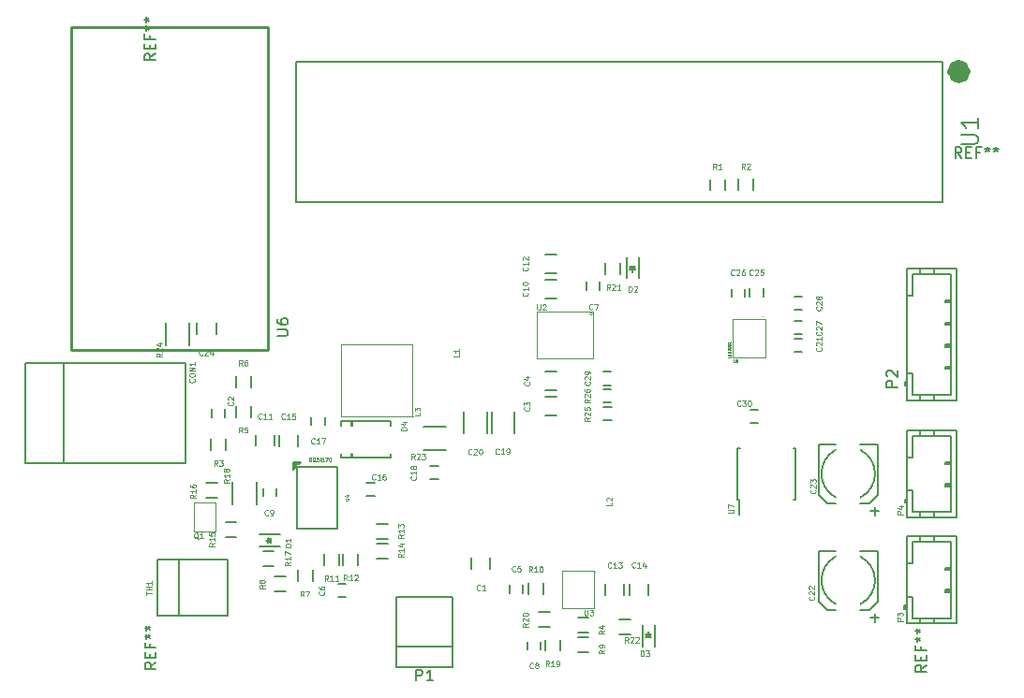
<source format=gbr>
G04 #@! TF.FileFunction,Legend,Top*
%FSLAX46Y46*%
G04 Gerber Fmt 4.6, Leading zero omitted, Abs format (unit mm)*
G04 Created by KiCad (PCBNEW 4.0.2-stable) date 12/24/2016 3:16:37 PM*
%MOMM*%
G01*
G04 APERTURE LIST*
%ADD10C,0.100000*%
%ADD11C,0.150000*%
%ADD12C,0.127000*%
%ADD13C,0.050000*%
%ADD14C,0.030000*%
%ADD15C,1.000000*%
%ADD16C,0.250000*%
%ADD17C,0.125000*%
%ADD18C,0.060960*%
G04 APERTURE END LIST*
D10*
D11*
X128993000Y-110888400D02*
X128993000Y-109888400D01*
X127293000Y-109888400D02*
X127293000Y-110888400D01*
X103844800Y-97136000D02*
X103844800Y-96436000D01*
X105044800Y-96436000D02*
X105044800Y-97136000D01*
X134010620Y-97022724D02*
X135010620Y-97022724D01*
X135010620Y-95322724D02*
X134010620Y-95322724D01*
X134010620Y-94736724D02*
X135010620Y-94736724D01*
X135010620Y-93036724D02*
X134010620Y-93036724D01*
X131994200Y-112349800D02*
X131994200Y-113049800D01*
X130794200Y-113049800D02*
X130794200Y-112349800D01*
X115245400Y-112252200D02*
X115945400Y-112252200D01*
X115945400Y-113452200D02*
X115245400Y-113452200D01*
X137720620Y-85626124D02*
X137720620Y-84926124D01*
X138920620Y-84926124D02*
X138920620Y-85626124D01*
X132394400Y-118155200D02*
X132394400Y-117455200D01*
X133594400Y-117455200D02*
X133594400Y-118155200D01*
X109667600Y-103586800D02*
X109667600Y-104286800D01*
X108467600Y-104286800D02*
X108467600Y-103586800D01*
X133985220Y-86405524D02*
X134985220Y-86405524D01*
X134985220Y-84705524D02*
X133985220Y-84705524D01*
X107811200Y-98737800D02*
X107811200Y-99737800D01*
X109511200Y-99737800D02*
X109511200Y-98737800D01*
X133985220Y-84119524D02*
X134985220Y-84119524D01*
X134985220Y-82419524D02*
X133985220Y-82419524D01*
X139434200Y-112225200D02*
X139434200Y-113225200D01*
X141134200Y-113225200D02*
X141134200Y-112225200D01*
X141593200Y-112225200D02*
X141593200Y-113225200D01*
X143293200Y-113225200D02*
X143293200Y-112225200D01*
X111619400Y-99753800D02*
X111619400Y-98753800D01*
X109919400Y-98753800D02*
X109919400Y-99753800D01*
X124302000Y-102784200D02*
X123602000Y-102784200D01*
X123602000Y-101584200D02*
X124302000Y-101584200D01*
X131174600Y-98637600D02*
X131174600Y-96637600D01*
X129124600Y-96637600D02*
X129124600Y-98637600D01*
X128710800Y-98637600D02*
X128710800Y-96637600D01*
X126660800Y-96637600D02*
X126660800Y-98637600D01*
X156482700Y-90060708D02*
X157182700Y-90060708D01*
X157182700Y-91260708D02*
X156482700Y-91260708D01*
X104228000Y-89654000D02*
X104228000Y-88654000D01*
X102528000Y-88654000D02*
X102528000Y-89654000D01*
X152473500Y-86222108D02*
X152473500Y-85522108D01*
X153673500Y-85522108D02*
X153673500Y-86222108D01*
X150822500Y-86235508D02*
X150822500Y-85535508D01*
X152022500Y-85535508D02*
X152022500Y-86235508D01*
X156482700Y-88409708D02*
X157182700Y-88409708D01*
X157182700Y-89609708D02*
X156482700Y-89609708D01*
X156482700Y-86250708D02*
X157182700Y-86250708D01*
X157182700Y-87450708D02*
X156482700Y-87450708D01*
X139948400Y-94249800D02*
X139248400Y-94249800D01*
X139248400Y-93049800D02*
X139948400Y-93049800D01*
X90490040Y-92298520D02*
X90490040Y-101300280D01*
X86989920Y-92298520D02*
X86989920Y-101300280D01*
X86989920Y-101300280D02*
X101490780Y-101300280D01*
X101490780Y-101300280D02*
X101490780Y-92298520D01*
X101490780Y-92298520D02*
X86989920Y-92298520D01*
X110066000Y-107755600D02*
X108166000Y-107755600D01*
X110066000Y-108855600D02*
X108166000Y-108855600D01*
X109166000Y-108305600D02*
X108716000Y-108305600D01*
X109216000Y-108555600D02*
X109216000Y-108055600D01*
X109216000Y-108305600D02*
X108966000Y-108555600D01*
X108966000Y-108555600D02*
X108966000Y-108055600D01*
X108966000Y-108055600D02*
X109216000Y-108305600D01*
X141336957Y-82654143D02*
X141336957Y-84554143D01*
X142436957Y-82654143D02*
X142436957Y-84554143D01*
X141886957Y-83554143D02*
X141886957Y-84004143D01*
X142136957Y-83504143D02*
X141636957Y-83504143D01*
X141886957Y-83504143D02*
X142136957Y-83754143D01*
X142136957Y-83754143D02*
X141636957Y-83754143D01*
X141636957Y-83754143D02*
X141886957Y-83504143D01*
X143856800Y-117889200D02*
X143856800Y-115989200D01*
X142756800Y-117889200D02*
X142756800Y-115989200D01*
X143306800Y-116989200D02*
X143306800Y-116539200D01*
X143056800Y-117039200D02*
X143556800Y-117039200D01*
X143306800Y-117039200D02*
X143056800Y-116789200D01*
X143056800Y-116789200D02*
X143556800Y-116789200D01*
X143556800Y-116789200D02*
X143306800Y-117039200D01*
X148854800Y-76623800D02*
X148854800Y-75623800D01*
X150204800Y-75623800D02*
X150204800Y-76623800D01*
X151420200Y-76598400D02*
X151420200Y-75598400D01*
X152770200Y-75598400D02*
X152770200Y-76598400D01*
X105119800Y-99130800D02*
X105119800Y-100130800D01*
X103769800Y-100130800D02*
X103769800Y-99130800D01*
X136914000Y-115326800D02*
X137914000Y-115326800D01*
X137914000Y-116676800D02*
X136914000Y-116676800D01*
X107380400Y-96147000D02*
X107380400Y-97147000D01*
X106030400Y-97147000D02*
X106030400Y-96147000D01*
X107380400Y-93441200D02*
X107380400Y-94441200D01*
X106030400Y-94441200D02*
X106030400Y-93441200D01*
X111643800Y-111980600D02*
X111643800Y-110980600D01*
X112993800Y-110980600D02*
X112993800Y-111980600D01*
X109558200Y-111542200D02*
X110558200Y-111542200D01*
X110558200Y-112892200D02*
X109558200Y-112892200D01*
X137914000Y-118429400D02*
X136914000Y-118429400D01*
X136914000Y-117079400D02*
X137914000Y-117079400D01*
X132446400Y-113149000D02*
X132446400Y-112149000D01*
X133796400Y-112149000D02*
X133796400Y-113149000D01*
X115356000Y-109507400D02*
X115356000Y-110507400D01*
X114006000Y-110507400D02*
X114006000Y-109507400D01*
X115733200Y-110507400D02*
X115733200Y-109507400D01*
X117083200Y-109507400D02*
X117083200Y-110507400D01*
X119753000Y-108167800D02*
X118753000Y-108167800D01*
X118753000Y-106817800D02*
X119753000Y-106817800D01*
X118753000Y-108570400D02*
X119753000Y-108570400D01*
X119753000Y-109920400D02*
X118753000Y-109920400D01*
X106087800Y-108015400D02*
X105087800Y-108015400D01*
X105087800Y-106665400D02*
X106087800Y-106665400D01*
X104360600Y-104434000D02*
X103360600Y-104434000D01*
X103360600Y-103084000D02*
X104360600Y-103084000D01*
X108466000Y-109256200D02*
X109466000Y-109256200D01*
X109466000Y-110606200D02*
X108466000Y-110606200D01*
X107882000Y-103038400D02*
X107882000Y-105038400D01*
X105732000Y-105038400D02*
X105732000Y-103038400D01*
X135320400Y-117279800D02*
X135320400Y-118279800D01*
X133970400Y-118279800D02*
X133970400Y-117279800D01*
X133383400Y-114818800D02*
X134383400Y-114818800D01*
X134383400Y-116168800D02*
X133383400Y-116168800D01*
X139433957Y-84228743D02*
X139433957Y-83228743D01*
X140783957Y-83228743D02*
X140783957Y-84228743D01*
X141673200Y-116803800D02*
X140673200Y-116803800D01*
X140673200Y-115453800D02*
X141673200Y-115453800D01*
X122977400Y-98010400D02*
X124977400Y-98010400D01*
X124977400Y-100160400D02*
X122977400Y-100160400D01*
X101821456Y-88617230D02*
X101821456Y-90617230D01*
X99671456Y-90617230D02*
X99671456Y-88617230D01*
X139260400Y-96224800D02*
X139960400Y-96224800D01*
X139960400Y-97424800D02*
X139260400Y-97424800D01*
X139948400Y-95850000D02*
X139248400Y-95850000D01*
X139248400Y-94650000D02*
X139948400Y-94650000D01*
X100863400Y-110058200D02*
X100863400Y-115138200D01*
X105308400Y-110058200D02*
X105308400Y-115138200D01*
X98958400Y-115138200D02*
X98958400Y-110058200D01*
X98958400Y-115138200D02*
X105308400Y-115138200D01*
X98958400Y-110058200D02*
X105308400Y-110058200D01*
X162471867Y-114066621D02*
G75*
G03X162471500Y-109774208I-1092567J2146113D01*
G01*
X160235648Y-109774555D02*
G75*
G03X160236300Y-114066808I1143652J-2145953D01*
G01*
X158686900Y-109253508D02*
X160236300Y-109253508D01*
X164020900Y-109253508D02*
X162471500Y-109253508D01*
X163258900Y-114587508D02*
X162471500Y-114587508D01*
X159448900Y-114587508D02*
X160236300Y-114587508D01*
X158686900Y-109253508D02*
X158686900Y-113825508D01*
X158686900Y-113825508D02*
X159448900Y-114587508D01*
X163258900Y-114587508D02*
X164020900Y-113825508D01*
X164020900Y-113825508D02*
X164020900Y-109253508D01*
X162471867Y-104414621D02*
G75*
G03X162471500Y-100122208I-1092567J2146113D01*
G01*
X160235648Y-100122555D02*
G75*
G03X160236300Y-104414808I1143652J-2145953D01*
G01*
X158686900Y-99601508D02*
X160236300Y-99601508D01*
X164020900Y-99601508D02*
X162471500Y-99601508D01*
X163258900Y-104935508D02*
X162471500Y-104935508D01*
X159448900Y-104935508D02*
X160236300Y-104935508D01*
X158686900Y-99601508D02*
X158686900Y-104173508D01*
X158686900Y-104173508D02*
X159448900Y-104935508D01*
X163258900Y-104935508D02*
X164020900Y-104173508D01*
X164020900Y-104173508D02*
X164020900Y-99601508D01*
D12*
X111325600Y-101794800D02*
X111325600Y-101294800D01*
X111325600Y-101294800D02*
X111825600Y-101294800D01*
X111225600Y-101894800D02*
X111425600Y-101694800D01*
X111425600Y-101694800D02*
X111425600Y-101394800D01*
X111425600Y-101394800D02*
X111725600Y-101394800D01*
X111725600Y-101394800D02*
X111925600Y-101194800D01*
X111925600Y-101194800D02*
X111225600Y-101194800D01*
X111225600Y-101194800D02*
X111225600Y-101894800D01*
X111584740Y-107243880D02*
X111584740Y-101645720D01*
X115186460Y-101645720D02*
X115186460Y-107243880D01*
X115186460Y-107243880D02*
X111584740Y-107243880D01*
X111584740Y-101645720D02*
X115186460Y-101645720D01*
D13*
X153667700Y-88075708D02*
G75*
G03X153667700Y-88075708I-40000J0D01*
G01*
D14*
X153882700Y-88280708D02*
X153882700Y-91780708D01*
X153882700Y-91780708D02*
X150882700Y-91780708D01*
X150882700Y-91780708D02*
X150882700Y-88280708D01*
X150882700Y-88280708D02*
X153882700Y-88280708D01*
D11*
X151362900Y-104593508D02*
X151487900Y-104593508D01*
X151362900Y-99943508D02*
X151587900Y-99943508D01*
X156612900Y-99943508D02*
X156387900Y-99943508D01*
X156612900Y-104593508D02*
X156387900Y-104593508D01*
X151362900Y-104593508D02*
X151362900Y-99943508D01*
X156612900Y-104593508D02*
X156612900Y-99943508D01*
X151487900Y-104593508D02*
X151487900Y-105943508D01*
X171164300Y-95633308D02*
X166664300Y-95633308D01*
X166664300Y-95633308D02*
X166664300Y-83733308D01*
X166664300Y-83733308D02*
X171164300Y-83733308D01*
X171164300Y-83733308D02*
X171164300Y-95633308D01*
X166664300Y-93183308D02*
X167164300Y-93183308D01*
X167164300Y-93183308D02*
X167164300Y-95133308D01*
X167164300Y-95133308D02*
X170664300Y-95133308D01*
X170664300Y-95133308D02*
X170664300Y-84233308D01*
X170664300Y-84233308D02*
X167164300Y-84233308D01*
X167164300Y-84233308D02*
X167164300Y-86183308D01*
X167164300Y-86183308D02*
X166664300Y-86183308D01*
X167864300Y-95633308D02*
X167864300Y-95133308D01*
X169164300Y-95633308D02*
X169164300Y-95133308D01*
X167864300Y-84233308D02*
X167864300Y-83733308D01*
X169164300Y-84233308D02*
X169164300Y-83733308D01*
X166664300Y-93983308D02*
X166464300Y-93983308D01*
X166464300Y-93983308D02*
X166464300Y-94283308D01*
X166464300Y-94283308D02*
X166664300Y-94283308D01*
X166564300Y-93983308D02*
X166564300Y-94283308D01*
X170664300Y-92783308D02*
X170164300Y-92783308D01*
X170164300Y-92783308D02*
X170164300Y-92583308D01*
X170164300Y-92583308D02*
X170664300Y-92583308D01*
X170664300Y-92683308D02*
X170164300Y-92683308D01*
X170664300Y-90783308D02*
X170164300Y-90783308D01*
X170164300Y-90783308D02*
X170164300Y-90583308D01*
X170164300Y-90583308D02*
X170664300Y-90583308D01*
X170664300Y-90683308D02*
X170164300Y-90683308D01*
X170664300Y-88783308D02*
X170164300Y-88783308D01*
X170164300Y-88783308D02*
X170164300Y-88583308D01*
X170164300Y-88583308D02*
X170664300Y-88583308D01*
X170664300Y-88683308D02*
X170164300Y-88683308D01*
X170664300Y-86783308D02*
X170164300Y-86783308D01*
X170164300Y-86783308D02*
X170164300Y-86583308D01*
X170164300Y-86583308D02*
X170664300Y-86583308D01*
X170664300Y-86683308D02*
X170164300Y-86683308D01*
X171138900Y-115838508D02*
X166638900Y-115838508D01*
X166638900Y-115838508D02*
X166638900Y-107938508D01*
X166638900Y-107938508D02*
X171138900Y-107938508D01*
X171138900Y-107938508D02*
X171138900Y-115838508D01*
X166638900Y-113388508D02*
X167138900Y-113388508D01*
X167138900Y-113388508D02*
X167138900Y-115338508D01*
X167138900Y-115338508D02*
X170638900Y-115338508D01*
X170638900Y-115338508D02*
X170638900Y-108438508D01*
X170638900Y-108438508D02*
X167138900Y-108438508D01*
X167138900Y-108438508D02*
X167138900Y-110388508D01*
X167138900Y-110388508D02*
X166638900Y-110388508D01*
X167838900Y-115838508D02*
X167838900Y-115338508D01*
X169138900Y-115838508D02*
X169138900Y-115338508D01*
X167838900Y-108438508D02*
X167838900Y-107938508D01*
X169138900Y-108438508D02*
X169138900Y-107938508D01*
X166638900Y-114188508D02*
X166438900Y-114188508D01*
X166438900Y-114188508D02*
X166438900Y-114488508D01*
X166438900Y-114488508D02*
X166638900Y-114488508D01*
X166538900Y-114188508D02*
X166538900Y-114488508D01*
X170638900Y-112988508D02*
X170138900Y-112988508D01*
X170138900Y-112988508D02*
X170138900Y-112788508D01*
X170138900Y-112788508D02*
X170638900Y-112788508D01*
X170638900Y-112888508D02*
X170138900Y-112888508D01*
X170638900Y-110988508D02*
X170138900Y-110988508D01*
X170138900Y-110988508D02*
X170138900Y-110788508D01*
X170138900Y-110788508D02*
X170638900Y-110788508D01*
X170638900Y-110888508D02*
X170138900Y-110888508D01*
X171164300Y-106250508D02*
X166664300Y-106250508D01*
X166664300Y-106250508D02*
X166664300Y-98350508D01*
X166664300Y-98350508D02*
X171164300Y-98350508D01*
X171164300Y-98350508D02*
X171164300Y-106250508D01*
X166664300Y-103800508D02*
X167164300Y-103800508D01*
X167164300Y-103800508D02*
X167164300Y-105750508D01*
X167164300Y-105750508D02*
X170664300Y-105750508D01*
X170664300Y-105750508D02*
X170664300Y-98850508D01*
X170664300Y-98850508D02*
X167164300Y-98850508D01*
X167164300Y-98850508D02*
X167164300Y-100800508D01*
X167164300Y-100800508D02*
X166664300Y-100800508D01*
X167864300Y-106250508D02*
X167864300Y-105750508D01*
X169164300Y-106250508D02*
X169164300Y-105750508D01*
X167864300Y-98850508D02*
X167864300Y-98350508D01*
X169164300Y-98850508D02*
X169164300Y-98350508D01*
X166664300Y-104600508D02*
X166464300Y-104600508D01*
X166464300Y-104600508D02*
X166464300Y-104900508D01*
X166464300Y-104900508D02*
X166664300Y-104900508D01*
X166564300Y-104600508D02*
X166564300Y-104900508D01*
X170664300Y-103400508D02*
X170164300Y-103400508D01*
X170164300Y-103400508D02*
X170164300Y-103200508D01*
X170164300Y-103200508D02*
X170664300Y-103200508D01*
X170664300Y-103300508D02*
X170164300Y-103300508D01*
X170664300Y-101400508D02*
X170164300Y-101400508D01*
X170164300Y-101400508D02*
X170164300Y-101200508D01*
X170164300Y-101200508D02*
X170664300Y-101200508D01*
X170664300Y-101300508D02*
X170164300Y-101300508D01*
X117836200Y-103082800D02*
X118536200Y-103082800D01*
X118536200Y-104282800D02*
X117836200Y-104282800D01*
X114061800Y-97186000D02*
X114061800Y-97886000D01*
X112861800Y-97886000D02*
X112861800Y-97186000D01*
X152494900Y-96461508D02*
X153194900Y-96461508D01*
X153194900Y-97661508D02*
X152494900Y-97661508D01*
X115535200Y-97491600D02*
X115535200Y-97891600D01*
X115535200Y-100841600D02*
X115535200Y-100441600D01*
X120035200Y-100841600D02*
X120035200Y-100441600D01*
X120035200Y-97491600D02*
X120035200Y-97891600D01*
X116435200Y-100841600D02*
X116435200Y-100441600D01*
X116435200Y-100441600D02*
X116585200Y-100441600D01*
X116585200Y-100441600D02*
X116585200Y-100841600D01*
X116435200Y-97491600D02*
X116435200Y-97891600D01*
X116435200Y-97891600D02*
X116585200Y-97891600D01*
X116585200Y-97891600D02*
X116585200Y-97491600D01*
X115535200Y-97491600D02*
X120035200Y-97491600D01*
X120035200Y-100841600D02*
X115535200Y-100841600D01*
D15*
X171916145Y-65883200D02*
G75*
G03X171916145Y-65883200I-553173J0D01*
G01*
D11*
X111429800Y-66243200D02*
X111429800Y-64973200D01*
X111429800Y-64973200D02*
X169849800Y-64973200D01*
X169849800Y-64973200D02*
X169849800Y-66243200D01*
X169849800Y-76403200D02*
X169849800Y-77673200D01*
X169849800Y-77673200D02*
X111429800Y-77673200D01*
X111429800Y-77673200D02*
X111429800Y-76403200D01*
X111429800Y-76403200D02*
X111429800Y-66243200D01*
X169849800Y-66243200D02*
X169849800Y-76403200D01*
D16*
X91160600Y-61899800D02*
X91160600Y-91109800D01*
X108940600Y-61899800D02*
X91160600Y-61899800D01*
X108940600Y-91109800D02*
X108940600Y-61899800D01*
X91160600Y-91109800D02*
X108940600Y-91109800D01*
D13*
X138561310Y-111158200D02*
G75*
G03X138561310Y-111158200I-58310J0D01*
G01*
X138353000Y-114458200D02*
X138353000Y-111058200D01*
X135553000Y-114458200D02*
X138353000Y-114458200D01*
X135553000Y-114358200D02*
X135553000Y-114458200D01*
X135553000Y-111058200D02*
X135553000Y-114358200D01*
X138353000Y-111058200D02*
X135553000Y-111058200D01*
X115495000Y-90552200D02*
X115495000Y-97052200D01*
X115495000Y-90552200D02*
X121995000Y-90552200D01*
X115545000Y-97052200D02*
X122045000Y-97052200D01*
X121995000Y-90552200D02*
X121995000Y-97052200D01*
X138253451Y-87811124D02*
G75*
G03X138253451Y-87811124I-120416J0D01*
G01*
X133222620Y-91821124D02*
X138322620Y-91821124D01*
X133222620Y-87621124D02*
X133222620Y-91821124D01*
X138322620Y-87621124D02*
X133222620Y-87621124D01*
X138322620Y-91821124D02*
X138322620Y-87621124D01*
X104220400Y-104897400D02*
X102220400Y-104897400D01*
X104220400Y-107497400D02*
X104220400Y-104897400D01*
X102220400Y-107497400D02*
X104220400Y-107497400D01*
X102220400Y-104897400D02*
X102220400Y-107497400D01*
D11*
X120523000Y-117906800D02*
X125603000Y-117906800D01*
X120523000Y-113461800D02*
X125603000Y-113461800D01*
X125603000Y-119811800D02*
X120523000Y-119811800D01*
X125603000Y-119811800D02*
X125603000Y-113461800D01*
X120523000Y-119811800D02*
X120523000Y-113461800D01*
X171615267Y-73705981D02*
X171281933Y-73229790D01*
X171043838Y-73705981D02*
X171043838Y-72705981D01*
X171424791Y-72705981D01*
X171520029Y-72753600D01*
X171567648Y-72801219D01*
X171615267Y-72896457D01*
X171615267Y-73039314D01*
X171567648Y-73134552D01*
X171520029Y-73182171D01*
X171424791Y-73229790D01*
X171043838Y-73229790D01*
X172043838Y-73182171D02*
X172377172Y-73182171D01*
X172520029Y-73705981D02*
X172043838Y-73705981D01*
X172043838Y-72705981D01*
X172520029Y-72705981D01*
X173281934Y-73182171D02*
X172948600Y-73182171D01*
X172948600Y-73705981D02*
X172948600Y-72705981D01*
X173424791Y-72705981D01*
X173948600Y-72705981D02*
X173948600Y-72944076D01*
X173710505Y-72848838D02*
X173948600Y-72944076D01*
X174186696Y-72848838D01*
X173805743Y-73134552D02*
X173948600Y-72944076D01*
X174091458Y-73134552D01*
X174710505Y-72705981D02*
X174710505Y-72944076D01*
X174472410Y-72848838D02*
X174710505Y-72944076D01*
X174948601Y-72848838D01*
X174567648Y-73134552D02*
X174710505Y-72944076D01*
X174853363Y-73134552D01*
X98750381Y-64274533D02*
X98274190Y-64607867D01*
X98750381Y-64845962D02*
X97750381Y-64845962D01*
X97750381Y-64465009D01*
X97798000Y-64369771D01*
X97845619Y-64322152D01*
X97940857Y-64274533D01*
X98083714Y-64274533D01*
X98178952Y-64322152D01*
X98226571Y-64369771D01*
X98274190Y-64465009D01*
X98274190Y-64845962D01*
X98226571Y-63845962D02*
X98226571Y-63512628D01*
X98750381Y-63369771D02*
X98750381Y-63845962D01*
X97750381Y-63845962D01*
X97750381Y-63369771D01*
X98226571Y-62607866D02*
X98226571Y-62941200D01*
X98750381Y-62941200D02*
X97750381Y-62941200D01*
X97750381Y-62465009D01*
X97750381Y-61941200D02*
X97988476Y-61941200D01*
X97893238Y-62179295D02*
X97988476Y-61941200D01*
X97893238Y-61703104D01*
X98178952Y-62084057D02*
X97988476Y-61941200D01*
X98178952Y-61798342D01*
X97750381Y-61179295D02*
X97988476Y-61179295D01*
X97893238Y-61417390D02*
X97988476Y-61179295D01*
X97893238Y-60941199D01*
X98178952Y-61322152D02*
X97988476Y-61179295D01*
X98178952Y-61036437D01*
X98801181Y-119341733D02*
X98324990Y-119675067D01*
X98801181Y-119913162D02*
X97801181Y-119913162D01*
X97801181Y-119532209D01*
X97848800Y-119436971D01*
X97896419Y-119389352D01*
X97991657Y-119341733D01*
X98134514Y-119341733D01*
X98229752Y-119389352D01*
X98277371Y-119436971D01*
X98324990Y-119532209D01*
X98324990Y-119913162D01*
X98277371Y-118913162D02*
X98277371Y-118579828D01*
X98801181Y-118436971D02*
X98801181Y-118913162D01*
X97801181Y-118913162D01*
X97801181Y-118436971D01*
X98277371Y-117675066D02*
X98277371Y-118008400D01*
X98801181Y-118008400D02*
X97801181Y-118008400D01*
X97801181Y-117532209D01*
X97801181Y-117008400D02*
X98039276Y-117008400D01*
X97944038Y-117246495D02*
X98039276Y-117008400D01*
X97944038Y-116770304D01*
X98229752Y-117151257D02*
X98039276Y-117008400D01*
X98229752Y-116865542D01*
X97801181Y-116246495D02*
X98039276Y-116246495D01*
X97944038Y-116484590D02*
X98039276Y-116246495D01*
X97944038Y-116008399D01*
X98229752Y-116389352D02*
X98039276Y-116246495D01*
X98229752Y-116103637D01*
D17*
X128110467Y-112776771D02*
X128086657Y-112800581D01*
X128015229Y-112824390D01*
X127967610Y-112824390D01*
X127896181Y-112800581D01*
X127848562Y-112752962D01*
X127824753Y-112705343D01*
X127800943Y-112610105D01*
X127800943Y-112538676D01*
X127824753Y-112443438D01*
X127848562Y-112395819D01*
X127896181Y-112348200D01*
X127967610Y-112324390D01*
X128015229Y-112324390D01*
X128086657Y-112348200D01*
X128110467Y-112372010D01*
X128586657Y-112824390D02*
X128300943Y-112824390D01*
X128443800Y-112824390D02*
X128443800Y-112324390D01*
X128396181Y-112395819D01*
X128348562Y-112443438D01*
X128300943Y-112467248D01*
X105740971Y-95790533D02*
X105764781Y-95814343D01*
X105788590Y-95885771D01*
X105788590Y-95933390D01*
X105764781Y-96004819D01*
X105717162Y-96052438D01*
X105669543Y-96076247D01*
X105574305Y-96100057D01*
X105502876Y-96100057D01*
X105407638Y-96076247D01*
X105360019Y-96052438D01*
X105312400Y-96004819D01*
X105288590Y-95933390D01*
X105288590Y-95885771D01*
X105312400Y-95814343D01*
X105336210Y-95790533D01*
X105336210Y-95600057D02*
X105312400Y-95576247D01*
X105288590Y-95528628D01*
X105288590Y-95409581D01*
X105312400Y-95361962D01*
X105336210Y-95338152D01*
X105383829Y-95314343D01*
X105431448Y-95314343D01*
X105502876Y-95338152D01*
X105788590Y-95623866D01*
X105788590Y-95314343D01*
X132530191Y-96256057D02*
X132554001Y-96279867D01*
X132577810Y-96351295D01*
X132577810Y-96398914D01*
X132554001Y-96470343D01*
X132506382Y-96517962D01*
X132458763Y-96541771D01*
X132363525Y-96565581D01*
X132292096Y-96565581D01*
X132196858Y-96541771D01*
X132149239Y-96517962D01*
X132101620Y-96470343D01*
X132077810Y-96398914D01*
X132077810Y-96351295D01*
X132101620Y-96279867D01*
X132125430Y-96256057D01*
X132077810Y-96089390D02*
X132077810Y-95779867D01*
X132268287Y-95946533D01*
X132268287Y-95875105D01*
X132292096Y-95827486D01*
X132315906Y-95803676D01*
X132363525Y-95779867D01*
X132482572Y-95779867D01*
X132530191Y-95803676D01*
X132554001Y-95827486D01*
X132577810Y-95875105D01*
X132577810Y-96017962D01*
X132554001Y-96065581D01*
X132530191Y-96089390D01*
X132530191Y-93970057D02*
X132554001Y-93993867D01*
X132577810Y-94065295D01*
X132577810Y-94112914D01*
X132554001Y-94184343D01*
X132506382Y-94231962D01*
X132458763Y-94255771D01*
X132363525Y-94279581D01*
X132292096Y-94279581D01*
X132196858Y-94255771D01*
X132149239Y-94231962D01*
X132101620Y-94184343D01*
X132077810Y-94112914D01*
X132077810Y-94065295D01*
X132101620Y-93993867D01*
X132125430Y-93970057D01*
X132244477Y-93541486D02*
X132577810Y-93541486D01*
X132054001Y-93660533D02*
X132411144Y-93779581D01*
X132411144Y-93470057D01*
X131285467Y-111074971D02*
X131261657Y-111098781D01*
X131190229Y-111122590D01*
X131142610Y-111122590D01*
X131071181Y-111098781D01*
X131023562Y-111051162D01*
X130999753Y-111003543D01*
X130975943Y-110908305D01*
X130975943Y-110836876D01*
X130999753Y-110741638D01*
X131023562Y-110694019D01*
X131071181Y-110646400D01*
X131142610Y-110622590D01*
X131190229Y-110622590D01*
X131261657Y-110646400D01*
X131285467Y-110670210D01*
X131737848Y-110622590D02*
X131499753Y-110622590D01*
X131475943Y-110860686D01*
X131499753Y-110836876D01*
X131547372Y-110813067D01*
X131666419Y-110813067D01*
X131714038Y-110836876D01*
X131737848Y-110860686D01*
X131761657Y-110908305D01*
X131761657Y-111027352D01*
X131737848Y-111074971D01*
X131714038Y-111098781D01*
X131666419Y-111122590D01*
X131547372Y-111122590D01*
X131499753Y-111098781D01*
X131475943Y-111074971D01*
X113970571Y-112935533D02*
X113994381Y-112959343D01*
X114018190Y-113030771D01*
X114018190Y-113078390D01*
X113994381Y-113149819D01*
X113946762Y-113197438D01*
X113899143Y-113221247D01*
X113803905Y-113245057D01*
X113732476Y-113245057D01*
X113637238Y-113221247D01*
X113589619Y-113197438D01*
X113542000Y-113149819D01*
X113518190Y-113078390D01*
X113518190Y-113030771D01*
X113542000Y-112959343D01*
X113565810Y-112935533D01*
X113518190Y-112506962D02*
X113518190Y-112602200D01*
X113542000Y-112649819D01*
X113565810Y-112673628D01*
X113637238Y-112721247D01*
X113732476Y-112745057D01*
X113922952Y-112745057D01*
X113970571Y-112721247D01*
X113994381Y-112697438D01*
X114018190Y-112649819D01*
X114018190Y-112554581D01*
X113994381Y-112506962D01*
X113970571Y-112483152D01*
X113922952Y-112459343D01*
X113803905Y-112459343D01*
X113756286Y-112483152D01*
X113732476Y-112506962D01*
X113708667Y-112554581D01*
X113708667Y-112649819D01*
X113732476Y-112697438D01*
X113756286Y-112721247D01*
X113803905Y-112745057D01*
X138237287Y-87359695D02*
X138213477Y-87383505D01*
X138142049Y-87407314D01*
X138094430Y-87407314D01*
X138023001Y-87383505D01*
X137975382Y-87335886D01*
X137951573Y-87288267D01*
X137927763Y-87193029D01*
X137927763Y-87121600D01*
X137951573Y-87026362D01*
X137975382Y-86978743D01*
X138023001Y-86931124D01*
X138094430Y-86907314D01*
X138142049Y-86907314D01*
X138213477Y-86931124D01*
X138237287Y-86954934D01*
X138403954Y-86907314D02*
X138737287Y-86907314D01*
X138523001Y-87407314D01*
X132885667Y-119837971D02*
X132861857Y-119861781D01*
X132790429Y-119885590D01*
X132742810Y-119885590D01*
X132671381Y-119861781D01*
X132623762Y-119814162D01*
X132599953Y-119766543D01*
X132576143Y-119671305D01*
X132576143Y-119599876D01*
X132599953Y-119504638D01*
X132623762Y-119457019D01*
X132671381Y-119409400D01*
X132742810Y-119385590D01*
X132790429Y-119385590D01*
X132861857Y-119409400D01*
X132885667Y-119433210D01*
X133171381Y-119599876D02*
X133123762Y-119576067D01*
X133099953Y-119552257D01*
X133076143Y-119504638D01*
X133076143Y-119480829D01*
X133099953Y-119433210D01*
X133123762Y-119409400D01*
X133171381Y-119385590D01*
X133266619Y-119385590D01*
X133314238Y-119409400D01*
X133338048Y-119433210D01*
X133361857Y-119480829D01*
X133361857Y-119504638D01*
X133338048Y-119552257D01*
X133314238Y-119576067D01*
X133266619Y-119599876D01*
X133171381Y-119599876D01*
X133123762Y-119623686D01*
X133099953Y-119647495D01*
X133076143Y-119695114D01*
X133076143Y-119790352D01*
X133099953Y-119837971D01*
X133123762Y-119861781D01*
X133171381Y-119885590D01*
X133266619Y-119885590D01*
X133314238Y-119861781D01*
X133338048Y-119837971D01*
X133361857Y-119790352D01*
X133361857Y-119695114D01*
X133338048Y-119647495D01*
X133314238Y-119623686D01*
X133266619Y-119599876D01*
X108933467Y-105994971D02*
X108909657Y-106018781D01*
X108838229Y-106042590D01*
X108790610Y-106042590D01*
X108719181Y-106018781D01*
X108671562Y-105971162D01*
X108647753Y-105923543D01*
X108623943Y-105828305D01*
X108623943Y-105756876D01*
X108647753Y-105661638D01*
X108671562Y-105614019D01*
X108719181Y-105566400D01*
X108790610Y-105542590D01*
X108838229Y-105542590D01*
X108909657Y-105566400D01*
X108933467Y-105590210D01*
X109171562Y-106042590D02*
X109266800Y-106042590D01*
X109314419Y-106018781D01*
X109338229Y-105994971D01*
X109385848Y-105923543D01*
X109409657Y-105828305D01*
X109409657Y-105637829D01*
X109385848Y-105590210D01*
X109362038Y-105566400D01*
X109314419Y-105542590D01*
X109219181Y-105542590D01*
X109171562Y-105566400D01*
X109147753Y-105590210D01*
X109123943Y-105637829D01*
X109123943Y-105756876D01*
X109147753Y-105804495D01*
X109171562Y-105828305D01*
X109219181Y-105852114D01*
X109314419Y-105852114D01*
X109362038Y-105828305D01*
X109385848Y-105804495D01*
X109409657Y-105756876D01*
X132377791Y-85876952D02*
X132401601Y-85900762D01*
X132425410Y-85972190D01*
X132425410Y-86019809D01*
X132401601Y-86091238D01*
X132353982Y-86138857D01*
X132306363Y-86162666D01*
X132211125Y-86186476D01*
X132139696Y-86186476D01*
X132044458Y-86162666D01*
X131996839Y-86138857D01*
X131949220Y-86091238D01*
X131925410Y-86019809D01*
X131925410Y-85972190D01*
X131949220Y-85900762D01*
X131973030Y-85876952D01*
X132425410Y-85400762D02*
X132425410Y-85686476D01*
X132425410Y-85543619D02*
X131925410Y-85543619D01*
X131996839Y-85591238D01*
X132044458Y-85638857D01*
X132068268Y-85686476D01*
X131925410Y-85091238D02*
X131925410Y-85043619D01*
X131949220Y-84996000D01*
X131973030Y-84972191D01*
X132020649Y-84948381D01*
X132115887Y-84924572D01*
X132234934Y-84924572D01*
X132330172Y-84948381D01*
X132377791Y-84972191D01*
X132401601Y-84996000D01*
X132425410Y-85043619D01*
X132425410Y-85091238D01*
X132401601Y-85138857D01*
X132377791Y-85162667D01*
X132330172Y-85186476D01*
X132234934Y-85210286D01*
X132115887Y-85210286D01*
X132020649Y-85186476D01*
X131973030Y-85162667D01*
X131949220Y-85138857D01*
X131925410Y-85091238D01*
X108339772Y-97257371D02*
X108315962Y-97281181D01*
X108244534Y-97304990D01*
X108196915Y-97304990D01*
X108125486Y-97281181D01*
X108077867Y-97233562D01*
X108054058Y-97185943D01*
X108030248Y-97090705D01*
X108030248Y-97019276D01*
X108054058Y-96924038D01*
X108077867Y-96876419D01*
X108125486Y-96828800D01*
X108196915Y-96804990D01*
X108244534Y-96804990D01*
X108315962Y-96828800D01*
X108339772Y-96852610D01*
X108815962Y-97304990D02*
X108530248Y-97304990D01*
X108673105Y-97304990D02*
X108673105Y-96804990D01*
X108625486Y-96876419D01*
X108577867Y-96924038D01*
X108530248Y-96947848D01*
X109292152Y-97304990D02*
X109006438Y-97304990D01*
X109149295Y-97304990D02*
X109149295Y-96804990D01*
X109101676Y-96876419D01*
X109054057Y-96924038D01*
X109006438Y-96947848D01*
X132377791Y-83590952D02*
X132401601Y-83614762D01*
X132425410Y-83686190D01*
X132425410Y-83733809D01*
X132401601Y-83805238D01*
X132353982Y-83852857D01*
X132306363Y-83876666D01*
X132211125Y-83900476D01*
X132139696Y-83900476D01*
X132044458Y-83876666D01*
X131996839Y-83852857D01*
X131949220Y-83805238D01*
X131925410Y-83733809D01*
X131925410Y-83686190D01*
X131949220Y-83614762D01*
X131973030Y-83590952D01*
X132425410Y-83114762D02*
X132425410Y-83400476D01*
X132425410Y-83257619D02*
X131925410Y-83257619D01*
X131996839Y-83305238D01*
X132044458Y-83352857D01*
X132068268Y-83400476D01*
X131973030Y-82924286D02*
X131949220Y-82900476D01*
X131925410Y-82852857D01*
X131925410Y-82733810D01*
X131949220Y-82686191D01*
X131973030Y-82662381D01*
X132020649Y-82638572D01*
X132068268Y-82638572D01*
X132139696Y-82662381D01*
X132425410Y-82948095D01*
X132425410Y-82638572D01*
X139937372Y-110744771D02*
X139913562Y-110768581D01*
X139842134Y-110792390D01*
X139794515Y-110792390D01*
X139723086Y-110768581D01*
X139675467Y-110720962D01*
X139651658Y-110673343D01*
X139627848Y-110578105D01*
X139627848Y-110506676D01*
X139651658Y-110411438D01*
X139675467Y-110363819D01*
X139723086Y-110316200D01*
X139794515Y-110292390D01*
X139842134Y-110292390D01*
X139913562Y-110316200D01*
X139937372Y-110340010D01*
X140413562Y-110792390D02*
X140127848Y-110792390D01*
X140270705Y-110792390D02*
X140270705Y-110292390D01*
X140223086Y-110363819D01*
X140175467Y-110411438D01*
X140127848Y-110435248D01*
X140580229Y-110292390D02*
X140889752Y-110292390D01*
X140723086Y-110482867D01*
X140794514Y-110482867D01*
X140842133Y-110506676D01*
X140865943Y-110530486D01*
X140889752Y-110578105D01*
X140889752Y-110697152D01*
X140865943Y-110744771D01*
X140842133Y-110768581D01*
X140794514Y-110792390D01*
X140651657Y-110792390D01*
X140604038Y-110768581D01*
X140580229Y-110744771D01*
X142121772Y-110728771D02*
X142097962Y-110752581D01*
X142026534Y-110776390D01*
X141978915Y-110776390D01*
X141907486Y-110752581D01*
X141859867Y-110704962D01*
X141836058Y-110657343D01*
X141812248Y-110562105D01*
X141812248Y-110490676D01*
X141836058Y-110395438D01*
X141859867Y-110347819D01*
X141907486Y-110300200D01*
X141978915Y-110276390D01*
X142026534Y-110276390D01*
X142097962Y-110300200D01*
X142121772Y-110324010D01*
X142597962Y-110776390D02*
X142312248Y-110776390D01*
X142455105Y-110776390D02*
X142455105Y-110276390D01*
X142407486Y-110347819D01*
X142359867Y-110395438D01*
X142312248Y-110419248D01*
X143026533Y-110443057D02*
X143026533Y-110776390D01*
X142907486Y-110252581D02*
X142788438Y-110609724D01*
X143097962Y-110609724D01*
X110447972Y-97273371D02*
X110424162Y-97297181D01*
X110352734Y-97320990D01*
X110305115Y-97320990D01*
X110233686Y-97297181D01*
X110186067Y-97249562D01*
X110162258Y-97201943D01*
X110138448Y-97106705D01*
X110138448Y-97035276D01*
X110162258Y-96940038D01*
X110186067Y-96892419D01*
X110233686Y-96844800D01*
X110305115Y-96820990D01*
X110352734Y-96820990D01*
X110424162Y-96844800D01*
X110447972Y-96868610D01*
X110924162Y-97320990D02*
X110638448Y-97320990D01*
X110781305Y-97320990D02*
X110781305Y-96820990D01*
X110733686Y-96892419D01*
X110686067Y-96940038D01*
X110638448Y-96963848D01*
X111376543Y-96820990D02*
X111138448Y-96820990D01*
X111114638Y-97059086D01*
X111138448Y-97035276D01*
X111186067Y-97011467D01*
X111305114Y-97011467D01*
X111352733Y-97035276D01*
X111376543Y-97059086D01*
X111400352Y-97106705D01*
X111400352Y-97225752D01*
X111376543Y-97273371D01*
X111352733Y-97297181D01*
X111305114Y-97320990D01*
X111186067Y-97320990D01*
X111138448Y-97297181D01*
X111114638Y-97273371D01*
X122276371Y-102531028D02*
X122300181Y-102554838D01*
X122323990Y-102626266D01*
X122323990Y-102673885D01*
X122300181Y-102745314D01*
X122252562Y-102792933D01*
X122204943Y-102816742D01*
X122109705Y-102840552D01*
X122038276Y-102840552D01*
X121943038Y-102816742D01*
X121895419Y-102792933D01*
X121847800Y-102745314D01*
X121823990Y-102673885D01*
X121823990Y-102626266D01*
X121847800Y-102554838D01*
X121871610Y-102531028D01*
X122323990Y-102054838D02*
X122323990Y-102340552D01*
X122323990Y-102197695D02*
X121823990Y-102197695D01*
X121895419Y-102245314D01*
X121943038Y-102292933D01*
X121966848Y-102340552D01*
X122038276Y-101769124D02*
X122014467Y-101816743D01*
X121990657Y-101840552D01*
X121943038Y-101864362D01*
X121919229Y-101864362D01*
X121871610Y-101840552D01*
X121847800Y-101816743D01*
X121823990Y-101769124D01*
X121823990Y-101673886D01*
X121847800Y-101626267D01*
X121871610Y-101602457D01*
X121919229Y-101578648D01*
X121943038Y-101578648D01*
X121990657Y-101602457D01*
X122014467Y-101626267D01*
X122038276Y-101673886D01*
X122038276Y-101769124D01*
X122062086Y-101816743D01*
X122085895Y-101840552D01*
X122133514Y-101864362D01*
X122228752Y-101864362D01*
X122276371Y-101840552D01*
X122300181Y-101816743D01*
X122323990Y-101769124D01*
X122323990Y-101673886D01*
X122300181Y-101626267D01*
X122276371Y-101602457D01*
X122228752Y-101578648D01*
X122133514Y-101578648D01*
X122085895Y-101602457D01*
X122062086Y-101626267D01*
X122038276Y-101673886D01*
X129802772Y-100457771D02*
X129778962Y-100481581D01*
X129707534Y-100505390D01*
X129659915Y-100505390D01*
X129588486Y-100481581D01*
X129540867Y-100433962D01*
X129517058Y-100386343D01*
X129493248Y-100291105D01*
X129493248Y-100219676D01*
X129517058Y-100124438D01*
X129540867Y-100076819D01*
X129588486Y-100029200D01*
X129659915Y-100005390D01*
X129707534Y-100005390D01*
X129778962Y-100029200D01*
X129802772Y-100053010D01*
X130278962Y-100505390D02*
X129993248Y-100505390D01*
X130136105Y-100505390D02*
X130136105Y-100005390D01*
X130088486Y-100076819D01*
X130040867Y-100124438D01*
X129993248Y-100148248D01*
X130517057Y-100505390D02*
X130612295Y-100505390D01*
X130659914Y-100481581D01*
X130683724Y-100457771D01*
X130731343Y-100386343D01*
X130755152Y-100291105D01*
X130755152Y-100100629D01*
X130731343Y-100053010D01*
X130707533Y-100029200D01*
X130659914Y-100005390D01*
X130564676Y-100005390D01*
X130517057Y-100029200D01*
X130493248Y-100053010D01*
X130469438Y-100100629D01*
X130469438Y-100219676D01*
X130493248Y-100267295D01*
X130517057Y-100291105D01*
X130564676Y-100314914D01*
X130659914Y-100314914D01*
X130707533Y-100291105D01*
X130731343Y-100267295D01*
X130755152Y-100219676D01*
X127338972Y-100483171D02*
X127315162Y-100506981D01*
X127243734Y-100530790D01*
X127196115Y-100530790D01*
X127124686Y-100506981D01*
X127077067Y-100459362D01*
X127053258Y-100411743D01*
X127029448Y-100316505D01*
X127029448Y-100245076D01*
X127053258Y-100149838D01*
X127077067Y-100102219D01*
X127124686Y-100054600D01*
X127196115Y-100030790D01*
X127243734Y-100030790D01*
X127315162Y-100054600D01*
X127338972Y-100078410D01*
X127529448Y-100078410D02*
X127553258Y-100054600D01*
X127600877Y-100030790D01*
X127719924Y-100030790D01*
X127767543Y-100054600D01*
X127791353Y-100078410D01*
X127815162Y-100126029D01*
X127815162Y-100173648D01*
X127791353Y-100245076D01*
X127505639Y-100530790D01*
X127815162Y-100530790D01*
X128124686Y-100030790D02*
X128172305Y-100030790D01*
X128219924Y-100054600D01*
X128243733Y-100078410D01*
X128267543Y-100126029D01*
X128291352Y-100221267D01*
X128291352Y-100340314D01*
X128267543Y-100435552D01*
X128243733Y-100483171D01*
X128219924Y-100506981D01*
X128172305Y-100530790D01*
X128124686Y-100530790D01*
X128077067Y-100506981D01*
X128053257Y-100483171D01*
X128029448Y-100435552D01*
X128005638Y-100340314D01*
X128005638Y-100221267D01*
X128029448Y-100126029D01*
X128053257Y-100078410D01*
X128077067Y-100054600D01*
X128124686Y-100030790D01*
X158916271Y-90855136D02*
X158940081Y-90878946D01*
X158963890Y-90950374D01*
X158963890Y-90997993D01*
X158940081Y-91069422D01*
X158892462Y-91117041D01*
X158844843Y-91140850D01*
X158749605Y-91164660D01*
X158678176Y-91164660D01*
X158582938Y-91140850D01*
X158535319Y-91117041D01*
X158487700Y-91069422D01*
X158463890Y-90997993D01*
X158463890Y-90950374D01*
X158487700Y-90878946D01*
X158511510Y-90855136D01*
X158511510Y-90664660D02*
X158487700Y-90640850D01*
X158463890Y-90593231D01*
X158463890Y-90474184D01*
X158487700Y-90426565D01*
X158511510Y-90402755D01*
X158559129Y-90378946D01*
X158606748Y-90378946D01*
X158678176Y-90402755D01*
X158963890Y-90688469D01*
X158963890Y-90378946D01*
X158963890Y-89902756D02*
X158963890Y-90188470D01*
X158963890Y-90045613D02*
X158463890Y-90045613D01*
X158535319Y-90093232D01*
X158582938Y-90140851D01*
X158606748Y-90188470D01*
X103005772Y-91516971D02*
X102981962Y-91540781D01*
X102910534Y-91564590D01*
X102862915Y-91564590D01*
X102791486Y-91540781D01*
X102743867Y-91493162D01*
X102720058Y-91445543D01*
X102696248Y-91350305D01*
X102696248Y-91278876D01*
X102720058Y-91183638D01*
X102743867Y-91136019D01*
X102791486Y-91088400D01*
X102862915Y-91064590D01*
X102910534Y-91064590D01*
X102981962Y-91088400D01*
X103005772Y-91112210D01*
X103196248Y-91112210D02*
X103220058Y-91088400D01*
X103267677Y-91064590D01*
X103386724Y-91064590D01*
X103434343Y-91088400D01*
X103458153Y-91112210D01*
X103481962Y-91159829D01*
X103481962Y-91207448D01*
X103458153Y-91278876D01*
X103172439Y-91564590D01*
X103481962Y-91564590D01*
X103910533Y-91231257D02*
X103910533Y-91564590D01*
X103791486Y-91040781D02*
X103672438Y-91397924D01*
X103981962Y-91397924D01*
X152752072Y-84247279D02*
X152728262Y-84271089D01*
X152656834Y-84294898D01*
X152609215Y-84294898D01*
X152537786Y-84271089D01*
X152490167Y-84223470D01*
X152466358Y-84175851D01*
X152442548Y-84080613D01*
X152442548Y-84009184D01*
X152466358Y-83913946D01*
X152490167Y-83866327D01*
X152537786Y-83818708D01*
X152609215Y-83794898D01*
X152656834Y-83794898D01*
X152728262Y-83818708D01*
X152752072Y-83842518D01*
X152942548Y-83842518D02*
X152966358Y-83818708D01*
X153013977Y-83794898D01*
X153133024Y-83794898D01*
X153180643Y-83818708D01*
X153204453Y-83842518D01*
X153228262Y-83890137D01*
X153228262Y-83937756D01*
X153204453Y-84009184D01*
X152918739Y-84294898D01*
X153228262Y-84294898D01*
X153680643Y-83794898D02*
X153442548Y-83794898D01*
X153418738Y-84032994D01*
X153442548Y-84009184D01*
X153490167Y-83985375D01*
X153609214Y-83985375D01*
X153656833Y-84009184D01*
X153680643Y-84032994D01*
X153704452Y-84080613D01*
X153704452Y-84199660D01*
X153680643Y-84247279D01*
X153656833Y-84271089D01*
X153609214Y-84294898D01*
X153490167Y-84294898D01*
X153442548Y-84271089D01*
X153418738Y-84247279D01*
X151075672Y-84260679D02*
X151051862Y-84284489D01*
X150980434Y-84308298D01*
X150932815Y-84308298D01*
X150861386Y-84284489D01*
X150813767Y-84236870D01*
X150789958Y-84189251D01*
X150766148Y-84094013D01*
X150766148Y-84022584D01*
X150789958Y-83927346D01*
X150813767Y-83879727D01*
X150861386Y-83832108D01*
X150932815Y-83808298D01*
X150980434Y-83808298D01*
X151051862Y-83832108D01*
X151075672Y-83855918D01*
X151266148Y-83855918D02*
X151289958Y-83832108D01*
X151337577Y-83808298D01*
X151456624Y-83808298D01*
X151504243Y-83832108D01*
X151528053Y-83855918D01*
X151551862Y-83903537D01*
X151551862Y-83951156D01*
X151528053Y-84022584D01*
X151242339Y-84308298D01*
X151551862Y-84308298D01*
X151980433Y-83808298D02*
X151885195Y-83808298D01*
X151837576Y-83832108D01*
X151813767Y-83855918D01*
X151766148Y-83927346D01*
X151742338Y-84022584D01*
X151742338Y-84213060D01*
X151766148Y-84260679D01*
X151789957Y-84284489D01*
X151837576Y-84308298D01*
X151932814Y-84308298D01*
X151980433Y-84284489D01*
X152004243Y-84260679D01*
X152028052Y-84213060D01*
X152028052Y-84094013D01*
X152004243Y-84046394D01*
X151980433Y-84022584D01*
X151932814Y-83998775D01*
X151837576Y-83998775D01*
X151789957Y-84022584D01*
X151766148Y-84046394D01*
X151742338Y-84094013D01*
X158916271Y-89432736D02*
X158940081Y-89456546D01*
X158963890Y-89527974D01*
X158963890Y-89575593D01*
X158940081Y-89647022D01*
X158892462Y-89694641D01*
X158844843Y-89718450D01*
X158749605Y-89742260D01*
X158678176Y-89742260D01*
X158582938Y-89718450D01*
X158535319Y-89694641D01*
X158487700Y-89647022D01*
X158463890Y-89575593D01*
X158463890Y-89527974D01*
X158487700Y-89456546D01*
X158511510Y-89432736D01*
X158511510Y-89242260D02*
X158487700Y-89218450D01*
X158463890Y-89170831D01*
X158463890Y-89051784D01*
X158487700Y-89004165D01*
X158511510Y-88980355D01*
X158559129Y-88956546D01*
X158606748Y-88956546D01*
X158678176Y-88980355D01*
X158963890Y-89266069D01*
X158963890Y-88956546D01*
X158463890Y-88789879D02*
X158463890Y-88456546D01*
X158963890Y-88670832D01*
X158916271Y-87172136D02*
X158940081Y-87195946D01*
X158963890Y-87267374D01*
X158963890Y-87314993D01*
X158940081Y-87386422D01*
X158892462Y-87434041D01*
X158844843Y-87457850D01*
X158749605Y-87481660D01*
X158678176Y-87481660D01*
X158582938Y-87457850D01*
X158535319Y-87434041D01*
X158487700Y-87386422D01*
X158463890Y-87314993D01*
X158463890Y-87267374D01*
X158487700Y-87195946D01*
X158511510Y-87172136D01*
X158511510Y-86981660D02*
X158487700Y-86957850D01*
X158463890Y-86910231D01*
X158463890Y-86791184D01*
X158487700Y-86743565D01*
X158511510Y-86719755D01*
X158559129Y-86695946D01*
X158606748Y-86695946D01*
X158678176Y-86719755D01*
X158963890Y-87005469D01*
X158963890Y-86695946D01*
X158678176Y-86410232D02*
X158654367Y-86457851D01*
X158630557Y-86481660D01*
X158582938Y-86505470D01*
X158559129Y-86505470D01*
X158511510Y-86481660D01*
X158487700Y-86457851D01*
X158463890Y-86410232D01*
X158463890Y-86314994D01*
X158487700Y-86267375D01*
X158511510Y-86243565D01*
X158559129Y-86219756D01*
X158582938Y-86219756D01*
X158630557Y-86243565D01*
X158654367Y-86267375D01*
X158678176Y-86314994D01*
X158678176Y-86410232D01*
X158701986Y-86457851D01*
X158725795Y-86481660D01*
X158773414Y-86505470D01*
X158868652Y-86505470D01*
X158916271Y-86481660D01*
X158940081Y-86457851D01*
X158963890Y-86410232D01*
X158963890Y-86314994D01*
X158940081Y-86267375D01*
X158916271Y-86243565D01*
X158868652Y-86219756D01*
X158773414Y-86219756D01*
X158725795Y-86243565D01*
X158701986Y-86267375D01*
X158678176Y-86314994D01*
X137998971Y-93945828D02*
X138022781Y-93969638D01*
X138046590Y-94041066D01*
X138046590Y-94088685D01*
X138022781Y-94160114D01*
X137975162Y-94207733D01*
X137927543Y-94231542D01*
X137832305Y-94255352D01*
X137760876Y-94255352D01*
X137665638Y-94231542D01*
X137618019Y-94207733D01*
X137570400Y-94160114D01*
X137546590Y-94088685D01*
X137546590Y-94041066D01*
X137570400Y-93969638D01*
X137594210Y-93945828D01*
X137594210Y-93755352D02*
X137570400Y-93731542D01*
X137546590Y-93683923D01*
X137546590Y-93564876D01*
X137570400Y-93517257D01*
X137594210Y-93493447D01*
X137641829Y-93469638D01*
X137689448Y-93469638D01*
X137760876Y-93493447D01*
X138046590Y-93779161D01*
X138046590Y-93469638D01*
X138046590Y-93231543D02*
X138046590Y-93136305D01*
X138022781Y-93088686D01*
X137998971Y-93064876D01*
X137927543Y-93017257D01*
X137832305Y-92993448D01*
X137641829Y-92993448D01*
X137594210Y-93017257D01*
X137570400Y-93041067D01*
X137546590Y-93088686D01*
X137546590Y-93183924D01*
X137570400Y-93231543D01*
X137594210Y-93255352D01*
X137641829Y-93279162D01*
X137760876Y-93279162D01*
X137808495Y-93255352D01*
X137832305Y-93231543D01*
X137856114Y-93183924D01*
X137856114Y-93088686D01*
X137832305Y-93041067D01*
X137808495Y-93017257D01*
X137760876Y-92993448D01*
X102261171Y-93698143D02*
X102284981Y-93721953D01*
X102308790Y-93793381D01*
X102308790Y-93841000D01*
X102284981Y-93912429D01*
X102237362Y-93960048D01*
X102189743Y-93983857D01*
X102094505Y-94007667D01*
X102023076Y-94007667D01*
X101927838Y-93983857D01*
X101880219Y-93960048D01*
X101832600Y-93912429D01*
X101808790Y-93841000D01*
X101808790Y-93793381D01*
X101832600Y-93721953D01*
X101856410Y-93698143D01*
X101808790Y-93388619D02*
X101808790Y-93293381D01*
X101832600Y-93245762D01*
X101880219Y-93198143D01*
X101975457Y-93174334D01*
X102142124Y-93174334D01*
X102237362Y-93198143D01*
X102284981Y-93245762D01*
X102308790Y-93293381D01*
X102308790Y-93388619D01*
X102284981Y-93436238D01*
X102237362Y-93483857D01*
X102142124Y-93507667D01*
X101975457Y-93507667D01*
X101880219Y-93483857D01*
X101832600Y-93436238D01*
X101808790Y-93388619D01*
X102308790Y-92960047D02*
X101808790Y-92960047D01*
X102308790Y-92674333D01*
X101808790Y-92674333D01*
X102308790Y-92174333D02*
X102308790Y-92460047D01*
X102308790Y-92317190D02*
X101808790Y-92317190D01*
X101880219Y-92364809D01*
X101927838Y-92412428D01*
X101951648Y-92460047D01*
X110995590Y-108903247D02*
X110495590Y-108903247D01*
X110495590Y-108784200D01*
X110519400Y-108712771D01*
X110567019Y-108665152D01*
X110614638Y-108641343D01*
X110709876Y-108617533D01*
X110781305Y-108617533D01*
X110876543Y-108641343D01*
X110924162Y-108665152D01*
X110971781Y-108712771D01*
X110995590Y-108784200D01*
X110995590Y-108903247D01*
X110995590Y-108141343D02*
X110995590Y-108427057D01*
X110995590Y-108284200D02*
X110495590Y-108284200D01*
X110567019Y-108331819D01*
X110614638Y-108379438D01*
X110638448Y-108427057D01*
X141543310Y-85809133D02*
X141543310Y-85309133D01*
X141662357Y-85309133D01*
X141733786Y-85332943D01*
X141781405Y-85380562D01*
X141805214Y-85428181D01*
X141829024Y-85523419D01*
X141829024Y-85594848D01*
X141805214Y-85690086D01*
X141781405Y-85737705D01*
X141733786Y-85785324D01*
X141662357Y-85809133D01*
X141543310Y-85809133D01*
X142019500Y-85356753D02*
X142043310Y-85332943D01*
X142090929Y-85309133D01*
X142209976Y-85309133D01*
X142257595Y-85332943D01*
X142281405Y-85356753D01*
X142305214Y-85404372D01*
X142305214Y-85451991D01*
X142281405Y-85523419D01*
X141995691Y-85809133D01*
X142305214Y-85809133D01*
X142632953Y-118793390D02*
X142632953Y-118293390D01*
X142752000Y-118293390D01*
X142823429Y-118317200D01*
X142871048Y-118364819D01*
X142894857Y-118412438D01*
X142918667Y-118507676D01*
X142918667Y-118579105D01*
X142894857Y-118674343D01*
X142871048Y-118721962D01*
X142823429Y-118769581D01*
X142752000Y-118793390D01*
X142632953Y-118793390D01*
X143085334Y-118293390D02*
X143394857Y-118293390D01*
X143228191Y-118483867D01*
X143299619Y-118483867D01*
X143347238Y-118507676D01*
X143371048Y-118531486D01*
X143394857Y-118579105D01*
X143394857Y-118698152D01*
X143371048Y-118745771D01*
X143347238Y-118769581D01*
X143299619Y-118793390D01*
X143156762Y-118793390D01*
X143109143Y-118769581D01*
X143085334Y-118745771D01*
X149446467Y-74724390D02*
X149279800Y-74486295D01*
X149160753Y-74724390D02*
X149160753Y-74224390D01*
X149351229Y-74224390D01*
X149398848Y-74248200D01*
X149422657Y-74272010D01*
X149446467Y-74319629D01*
X149446467Y-74391057D01*
X149422657Y-74438676D01*
X149398848Y-74462486D01*
X149351229Y-74486295D01*
X149160753Y-74486295D01*
X149922657Y-74724390D02*
X149636943Y-74724390D01*
X149779800Y-74724390D02*
X149779800Y-74224390D01*
X149732181Y-74295819D01*
X149684562Y-74343438D01*
X149636943Y-74367248D01*
X152011867Y-74698990D02*
X151845200Y-74460895D01*
X151726153Y-74698990D02*
X151726153Y-74198990D01*
X151916629Y-74198990D01*
X151964248Y-74222800D01*
X151988057Y-74246610D01*
X152011867Y-74294229D01*
X152011867Y-74365657D01*
X151988057Y-74413276D01*
X151964248Y-74437086D01*
X151916629Y-74460895D01*
X151726153Y-74460895D01*
X152202343Y-74246610D02*
X152226153Y-74222800D01*
X152273772Y-74198990D01*
X152392819Y-74198990D01*
X152440438Y-74222800D01*
X152464248Y-74246610D01*
X152488057Y-74294229D01*
X152488057Y-74341848D01*
X152464248Y-74413276D01*
X152178534Y-74698990D01*
X152488057Y-74698990D01*
X104361467Y-101558790D02*
X104194800Y-101320695D01*
X104075753Y-101558790D02*
X104075753Y-101058790D01*
X104266229Y-101058790D01*
X104313848Y-101082600D01*
X104337657Y-101106410D01*
X104361467Y-101154029D01*
X104361467Y-101225457D01*
X104337657Y-101273076D01*
X104313848Y-101296886D01*
X104266229Y-101320695D01*
X104075753Y-101320695D01*
X104528134Y-101058790D02*
X104837657Y-101058790D01*
X104670991Y-101249267D01*
X104742419Y-101249267D01*
X104790038Y-101273076D01*
X104813848Y-101296886D01*
X104837657Y-101344505D01*
X104837657Y-101463552D01*
X104813848Y-101511171D01*
X104790038Y-101534981D01*
X104742419Y-101558790D01*
X104599562Y-101558790D01*
X104551943Y-101534981D01*
X104528134Y-101511171D01*
X139341990Y-116466133D02*
X139103895Y-116632800D01*
X139341990Y-116751847D02*
X138841990Y-116751847D01*
X138841990Y-116561371D01*
X138865800Y-116513752D01*
X138889610Y-116489943D01*
X138937229Y-116466133D01*
X139008657Y-116466133D01*
X139056276Y-116489943D01*
X139080086Y-116513752D01*
X139103895Y-116561371D01*
X139103895Y-116751847D01*
X139008657Y-116037562D02*
X139341990Y-116037562D01*
X138818181Y-116156609D02*
X139175324Y-116275657D01*
X139175324Y-115966133D01*
X106622067Y-98561590D02*
X106455400Y-98323495D01*
X106336353Y-98561590D02*
X106336353Y-98061590D01*
X106526829Y-98061590D01*
X106574448Y-98085400D01*
X106598257Y-98109210D01*
X106622067Y-98156829D01*
X106622067Y-98228257D01*
X106598257Y-98275876D01*
X106574448Y-98299686D01*
X106526829Y-98323495D01*
X106336353Y-98323495D01*
X107074448Y-98061590D02*
X106836353Y-98061590D01*
X106812543Y-98299686D01*
X106836353Y-98275876D01*
X106883972Y-98252067D01*
X107003019Y-98252067D01*
X107050638Y-98275876D01*
X107074448Y-98299686D01*
X107098257Y-98347305D01*
X107098257Y-98466352D01*
X107074448Y-98513971D01*
X107050638Y-98537781D01*
X107003019Y-98561590D01*
X106883972Y-98561590D01*
X106836353Y-98537781D01*
X106812543Y-98513971D01*
X106622067Y-92490990D02*
X106455400Y-92252895D01*
X106336353Y-92490990D02*
X106336353Y-91990990D01*
X106526829Y-91990990D01*
X106574448Y-92014800D01*
X106598257Y-92038610D01*
X106622067Y-92086229D01*
X106622067Y-92157657D01*
X106598257Y-92205276D01*
X106574448Y-92229086D01*
X106526829Y-92252895D01*
X106336353Y-92252895D01*
X107050638Y-91990990D02*
X106955400Y-91990990D01*
X106907781Y-92014800D01*
X106883972Y-92038610D01*
X106836353Y-92110038D01*
X106812543Y-92205276D01*
X106812543Y-92395752D01*
X106836353Y-92443371D01*
X106860162Y-92467181D01*
X106907781Y-92490990D01*
X107003019Y-92490990D01*
X107050638Y-92467181D01*
X107074448Y-92443371D01*
X107098257Y-92395752D01*
X107098257Y-92276705D01*
X107074448Y-92229086D01*
X107050638Y-92205276D01*
X107003019Y-92181467D01*
X106907781Y-92181467D01*
X106860162Y-92205276D01*
X106836353Y-92229086D01*
X106812543Y-92276705D01*
X112184667Y-113383190D02*
X112018000Y-113145095D01*
X111898953Y-113383190D02*
X111898953Y-112883190D01*
X112089429Y-112883190D01*
X112137048Y-112907000D01*
X112160857Y-112930810D01*
X112184667Y-112978429D01*
X112184667Y-113049857D01*
X112160857Y-113097476D01*
X112137048Y-113121286D01*
X112089429Y-113145095D01*
X111898953Y-113145095D01*
X112351334Y-112883190D02*
X112684667Y-112883190D01*
X112470381Y-113383190D01*
X108633390Y-112351333D02*
X108395295Y-112518000D01*
X108633390Y-112637047D02*
X108133390Y-112637047D01*
X108133390Y-112446571D01*
X108157200Y-112398952D01*
X108181010Y-112375143D01*
X108228629Y-112351333D01*
X108300057Y-112351333D01*
X108347676Y-112375143D01*
X108371486Y-112398952D01*
X108395295Y-112446571D01*
X108395295Y-112637047D01*
X108347676Y-112065619D02*
X108323867Y-112113238D01*
X108300057Y-112137047D01*
X108252438Y-112160857D01*
X108228629Y-112160857D01*
X108181010Y-112137047D01*
X108157200Y-112113238D01*
X108133390Y-112065619D01*
X108133390Y-111970381D01*
X108157200Y-111922762D01*
X108181010Y-111898952D01*
X108228629Y-111875143D01*
X108252438Y-111875143D01*
X108300057Y-111898952D01*
X108323867Y-111922762D01*
X108347676Y-111970381D01*
X108347676Y-112065619D01*
X108371486Y-112113238D01*
X108395295Y-112137047D01*
X108442914Y-112160857D01*
X108538152Y-112160857D01*
X108585771Y-112137047D01*
X108609581Y-112113238D01*
X108633390Y-112065619D01*
X108633390Y-111970381D01*
X108609581Y-111922762D01*
X108585771Y-111898952D01*
X108538152Y-111875143D01*
X108442914Y-111875143D01*
X108395295Y-111898952D01*
X108371486Y-111922762D01*
X108347676Y-111970381D01*
X139341990Y-118218733D02*
X139103895Y-118385400D01*
X139341990Y-118504447D02*
X138841990Y-118504447D01*
X138841990Y-118313971D01*
X138865800Y-118266352D01*
X138889610Y-118242543D01*
X138937229Y-118218733D01*
X139008657Y-118218733D01*
X139056276Y-118242543D01*
X139080086Y-118266352D01*
X139103895Y-118313971D01*
X139103895Y-118504447D01*
X139341990Y-117980638D02*
X139341990Y-117885400D01*
X139318181Y-117837781D01*
X139294371Y-117813971D01*
X139222943Y-117766352D01*
X139127705Y-117742543D01*
X138937229Y-117742543D01*
X138889610Y-117766352D01*
X138865800Y-117790162D01*
X138841990Y-117837781D01*
X138841990Y-117933019D01*
X138865800Y-117980638D01*
X138889610Y-118004447D01*
X138937229Y-118028257D01*
X139056276Y-118028257D01*
X139103895Y-118004447D01*
X139127705Y-117980638D01*
X139151514Y-117933019D01*
X139151514Y-117837781D01*
X139127705Y-117790162D01*
X139103895Y-117766352D01*
X139056276Y-117742543D01*
X132799972Y-111173390D02*
X132633305Y-110935295D01*
X132514258Y-111173390D02*
X132514258Y-110673390D01*
X132704734Y-110673390D01*
X132752353Y-110697200D01*
X132776162Y-110721010D01*
X132799972Y-110768629D01*
X132799972Y-110840057D01*
X132776162Y-110887676D01*
X132752353Y-110911486D01*
X132704734Y-110935295D01*
X132514258Y-110935295D01*
X133276162Y-111173390D02*
X132990448Y-111173390D01*
X133133305Y-111173390D02*
X133133305Y-110673390D01*
X133085686Y-110744819D01*
X133038067Y-110792438D01*
X132990448Y-110816248D01*
X133585686Y-110673390D02*
X133633305Y-110673390D01*
X133680924Y-110697200D01*
X133704733Y-110721010D01*
X133728543Y-110768629D01*
X133752352Y-110863867D01*
X133752352Y-110982914D01*
X133728543Y-111078152D01*
X133704733Y-111125771D01*
X133680924Y-111149581D01*
X133633305Y-111173390D01*
X133585686Y-111173390D01*
X133538067Y-111149581D01*
X133514257Y-111125771D01*
X133490448Y-111078152D01*
X133466638Y-110982914D01*
X133466638Y-110863867D01*
X133490448Y-110768629D01*
X133514257Y-110721010D01*
X133538067Y-110697200D01*
X133585686Y-110673390D01*
X114359572Y-111960790D02*
X114192905Y-111722695D01*
X114073858Y-111960790D02*
X114073858Y-111460790D01*
X114264334Y-111460790D01*
X114311953Y-111484600D01*
X114335762Y-111508410D01*
X114359572Y-111556029D01*
X114359572Y-111627457D01*
X114335762Y-111675076D01*
X114311953Y-111698886D01*
X114264334Y-111722695D01*
X114073858Y-111722695D01*
X114835762Y-111960790D02*
X114550048Y-111960790D01*
X114692905Y-111960790D02*
X114692905Y-111460790D01*
X114645286Y-111532219D01*
X114597667Y-111579838D01*
X114550048Y-111603648D01*
X115311952Y-111960790D02*
X115026238Y-111960790D01*
X115169095Y-111960790D02*
X115169095Y-111460790D01*
X115121476Y-111532219D01*
X115073857Y-111579838D01*
X115026238Y-111603648D01*
X116086772Y-111935390D02*
X115920105Y-111697295D01*
X115801058Y-111935390D02*
X115801058Y-111435390D01*
X115991534Y-111435390D01*
X116039153Y-111459200D01*
X116062962Y-111483010D01*
X116086772Y-111530629D01*
X116086772Y-111602057D01*
X116062962Y-111649676D01*
X116039153Y-111673486D01*
X115991534Y-111697295D01*
X115801058Y-111697295D01*
X116562962Y-111935390D02*
X116277248Y-111935390D01*
X116420105Y-111935390D02*
X116420105Y-111435390D01*
X116372486Y-111506819D01*
X116324867Y-111554438D01*
X116277248Y-111578248D01*
X116753438Y-111483010D02*
X116777248Y-111459200D01*
X116824867Y-111435390D01*
X116943914Y-111435390D01*
X116991533Y-111459200D01*
X117015343Y-111483010D01*
X117039152Y-111530629D01*
X117039152Y-111578248D01*
X117015343Y-111649676D01*
X116729629Y-111935390D01*
X117039152Y-111935390D01*
X121180990Y-107788828D02*
X120942895Y-107955495D01*
X121180990Y-108074542D02*
X120680990Y-108074542D01*
X120680990Y-107884066D01*
X120704800Y-107836447D01*
X120728610Y-107812638D01*
X120776229Y-107788828D01*
X120847657Y-107788828D01*
X120895276Y-107812638D01*
X120919086Y-107836447D01*
X120942895Y-107884066D01*
X120942895Y-108074542D01*
X121180990Y-107312638D02*
X121180990Y-107598352D01*
X121180990Y-107455495D02*
X120680990Y-107455495D01*
X120752419Y-107503114D01*
X120800038Y-107550733D01*
X120823848Y-107598352D01*
X120680990Y-107145971D02*
X120680990Y-106836448D01*
X120871467Y-107003114D01*
X120871467Y-106931686D01*
X120895276Y-106884067D01*
X120919086Y-106860257D01*
X120966705Y-106836448D01*
X121085752Y-106836448D01*
X121133371Y-106860257D01*
X121157181Y-106884067D01*
X121180990Y-106931686D01*
X121180990Y-107074543D01*
X121157181Y-107122162D01*
X121133371Y-107145971D01*
X121180990Y-109541428D02*
X120942895Y-109708095D01*
X121180990Y-109827142D02*
X120680990Y-109827142D01*
X120680990Y-109636666D01*
X120704800Y-109589047D01*
X120728610Y-109565238D01*
X120776229Y-109541428D01*
X120847657Y-109541428D01*
X120895276Y-109565238D01*
X120919086Y-109589047D01*
X120942895Y-109636666D01*
X120942895Y-109827142D01*
X121180990Y-109065238D02*
X121180990Y-109350952D01*
X121180990Y-109208095D02*
X120680990Y-109208095D01*
X120752419Y-109255714D01*
X120800038Y-109303333D01*
X120823848Y-109350952D01*
X120847657Y-108636667D02*
X121180990Y-108636667D01*
X120657181Y-108755714D02*
X121014324Y-108874762D01*
X121014324Y-108565238D01*
X104112190Y-108550828D02*
X103874095Y-108717495D01*
X104112190Y-108836542D02*
X103612190Y-108836542D01*
X103612190Y-108646066D01*
X103636000Y-108598447D01*
X103659810Y-108574638D01*
X103707429Y-108550828D01*
X103778857Y-108550828D01*
X103826476Y-108574638D01*
X103850286Y-108598447D01*
X103874095Y-108646066D01*
X103874095Y-108836542D01*
X104112190Y-108074638D02*
X104112190Y-108360352D01*
X104112190Y-108217495D02*
X103612190Y-108217495D01*
X103683619Y-108265114D01*
X103731238Y-108312733D01*
X103755048Y-108360352D01*
X103612190Y-107622257D02*
X103612190Y-107860352D01*
X103850286Y-107884162D01*
X103826476Y-107860352D01*
X103802667Y-107812733D01*
X103802667Y-107693686D01*
X103826476Y-107646067D01*
X103850286Y-107622257D01*
X103897905Y-107598448D01*
X104016952Y-107598448D01*
X104064571Y-107622257D01*
X104088381Y-107646067D01*
X104112190Y-107693686D01*
X104112190Y-107812733D01*
X104088381Y-107860352D01*
X104064571Y-107884162D01*
X102410390Y-104182028D02*
X102172295Y-104348695D01*
X102410390Y-104467742D02*
X101910390Y-104467742D01*
X101910390Y-104277266D01*
X101934200Y-104229647D01*
X101958010Y-104205838D01*
X102005629Y-104182028D01*
X102077057Y-104182028D01*
X102124676Y-104205838D01*
X102148486Y-104229647D01*
X102172295Y-104277266D01*
X102172295Y-104467742D01*
X102410390Y-103705838D02*
X102410390Y-103991552D01*
X102410390Y-103848695D02*
X101910390Y-103848695D01*
X101981819Y-103896314D01*
X102029438Y-103943933D01*
X102053248Y-103991552D01*
X101910390Y-103277267D02*
X101910390Y-103372505D01*
X101934200Y-103420124D01*
X101958010Y-103443933D01*
X102029438Y-103491552D01*
X102124676Y-103515362D01*
X102315152Y-103515362D01*
X102362771Y-103491552D01*
X102386581Y-103467743D01*
X102410390Y-103420124D01*
X102410390Y-103324886D01*
X102386581Y-103277267D01*
X102362771Y-103253457D01*
X102315152Y-103229648D01*
X102196105Y-103229648D01*
X102148486Y-103253457D01*
X102124676Y-103277267D01*
X102100867Y-103324886D01*
X102100867Y-103420124D01*
X102124676Y-103467743D01*
X102148486Y-103491552D01*
X102196105Y-103515362D01*
X110970190Y-110252628D02*
X110732095Y-110419295D01*
X110970190Y-110538342D02*
X110470190Y-110538342D01*
X110470190Y-110347866D01*
X110494000Y-110300247D01*
X110517810Y-110276438D01*
X110565429Y-110252628D01*
X110636857Y-110252628D01*
X110684476Y-110276438D01*
X110708286Y-110300247D01*
X110732095Y-110347866D01*
X110732095Y-110538342D01*
X110970190Y-109776438D02*
X110970190Y-110062152D01*
X110970190Y-109919295D02*
X110470190Y-109919295D01*
X110541619Y-109966914D01*
X110589238Y-110014533D01*
X110613048Y-110062152D01*
X110470190Y-109609771D02*
X110470190Y-109276438D01*
X110970190Y-109490724D01*
X105432990Y-102785028D02*
X105194895Y-102951695D01*
X105432990Y-103070742D02*
X104932990Y-103070742D01*
X104932990Y-102880266D01*
X104956800Y-102832647D01*
X104980610Y-102808838D01*
X105028229Y-102785028D01*
X105099657Y-102785028D01*
X105147276Y-102808838D01*
X105171086Y-102832647D01*
X105194895Y-102880266D01*
X105194895Y-103070742D01*
X105432990Y-102308838D02*
X105432990Y-102594552D01*
X105432990Y-102451695D02*
X104932990Y-102451695D01*
X105004419Y-102499314D01*
X105052038Y-102546933D01*
X105075848Y-102594552D01*
X105147276Y-102023124D02*
X105123467Y-102070743D01*
X105099657Y-102094552D01*
X105052038Y-102118362D01*
X105028229Y-102118362D01*
X104980610Y-102094552D01*
X104956800Y-102070743D01*
X104932990Y-102023124D01*
X104932990Y-101927886D01*
X104956800Y-101880267D01*
X104980610Y-101856457D01*
X105028229Y-101832648D01*
X105052038Y-101832648D01*
X105099657Y-101856457D01*
X105123467Y-101880267D01*
X105147276Y-101927886D01*
X105147276Y-102023124D01*
X105171086Y-102070743D01*
X105194895Y-102094552D01*
X105242514Y-102118362D01*
X105337752Y-102118362D01*
X105385371Y-102094552D01*
X105409181Y-102070743D01*
X105432990Y-102023124D01*
X105432990Y-101927886D01*
X105409181Y-101880267D01*
X105385371Y-101856457D01*
X105337752Y-101832648D01*
X105242514Y-101832648D01*
X105194895Y-101856457D01*
X105171086Y-101880267D01*
X105147276Y-101927886D01*
X134323972Y-119707790D02*
X134157305Y-119469695D01*
X134038258Y-119707790D02*
X134038258Y-119207790D01*
X134228734Y-119207790D01*
X134276353Y-119231600D01*
X134300162Y-119255410D01*
X134323972Y-119303029D01*
X134323972Y-119374457D01*
X134300162Y-119422076D01*
X134276353Y-119445886D01*
X134228734Y-119469695D01*
X134038258Y-119469695D01*
X134800162Y-119707790D02*
X134514448Y-119707790D01*
X134657305Y-119707790D02*
X134657305Y-119207790D01*
X134609686Y-119279219D01*
X134562067Y-119326838D01*
X134514448Y-119350648D01*
X135038257Y-119707790D02*
X135133495Y-119707790D01*
X135181114Y-119683981D01*
X135204924Y-119660171D01*
X135252543Y-119588743D01*
X135276352Y-119493505D01*
X135276352Y-119303029D01*
X135252543Y-119255410D01*
X135228733Y-119231600D01*
X135181114Y-119207790D01*
X135085876Y-119207790D01*
X135038257Y-119231600D01*
X135014448Y-119255410D01*
X134990638Y-119303029D01*
X134990638Y-119422076D01*
X135014448Y-119469695D01*
X135038257Y-119493505D01*
X135085876Y-119517314D01*
X135181114Y-119517314D01*
X135228733Y-119493505D01*
X135252543Y-119469695D01*
X135276352Y-119422076D01*
X132433190Y-115815228D02*
X132195095Y-115981895D01*
X132433190Y-116100942D02*
X131933190Y-116100942D01*
X131933190Y-115910466D01*
X131957000Y-115862847D01*
X131980810Y-115839038D01*
X132028429Y-115815228D01*
X132099857Y-115815228D01*
X132147476Y-115839038D01*
X132171286Y-115862847D01*
X132195095Y-115910466D01*
X132195095Y-116100942D01*
X131980810Y-115624752D02*
X131957000Y-115600942D01*
X131933190Y-115553323D01*
X131933190Y-115434276D01*
X131957000Y-115386657D01*
X131980810Y-115362847D01*
X132028429Y-115339038D01*
X132076048Y-115339038D01*
X132147476Y-115362847D01*
X132433190Y-115648561D01*
X132433190Y-115339038D01*
X131933190Y-115029514D02*
X131933190Y-114981895D01*
X131957000Y-114934276D01*
X131980810Y-114910467D01*
X132028429Y-114886657D01*
X132123667Y-114862848D01*
X132242714Y-114862848D01*
X132337952Y-114886657D01*
X132385571Y-114910467D01*
X132409381Y-114934276D01*
X132433190Y-114981895D01*
X132433190Y-115029514D01*
X132409381Y-115077133D01*
X132385571Y-115100943D01*
X132337952Y-115124752D01*
X132242714Y-115148562D01*
X132123667Y-115148562D01*
X132028429Y-115124752D01*
X131980810Y-115100943D01*
X131957000Y-115077133D01*
X131933190Y-115029514D01*
X139838329Y-85631333D02*
X139671662Y-85393238D01*
X139552615Y-85631333D02*
X139552615Y-85131333D01*
X139743091Y-85131333D01*
X139790710Y-85155143D01*
X139814519Y-85178953D01*
X139838329Y-85226572D01*
X139838329Y-85298000D01*
X139814519Y-85345619D01*
X139790710Y-85369429D01*
X139743091Y-85393238D01*
X139552615Y-85393238D01*
X140028805Y-85178953D02*
X140052615Y-85155143D01*
X140100234Y-85131333D01*
X140219281Y-85131333D01*
X140266900Y-85155143D01*
X140290710Y-85178953D01*
X140314519Y-85226572D01*
X140314519Y-85274191D01*
X140290710Y-85345619D01*
X140004996Y-85631333D01*
X140314519Y-85631333D01*
X140790709Y-85631333D02*
X140504995Y-85631333D01*
X140647852Y-85631333D02*
X140647852Y-85131333D01*
X140600233Y-85202762D01*
X140552614Y-85250381D01*
X140504995Y-85274191D01*
X141486772Y-117548790D02*
X141320105Y-117310695D01*
X141201058Y-117548790D02*
X141201058Y-117048790D01*
X141391534Y-117048790D01*
X141439153Y-117072600D01*
X141462962Y-117096410D01*
X141486772Y-117144029D01*
X141486772Y-117215457D01*
X141462962Y-117263076D01*
X141439153Y-117286886D01*
X141391534Y-117310695D01*
X141201058Y-117310695D01*
X141677248Y-117096410D02*
X141701058Y-117072600D01*
X141748677Y-117048790D01*
X141867724Y-117048790D01*
X141915343Y-117072600D01*
X141939153Y-117096410D01*
X141962962Y-117144029D01*
X141962962Y-117191648D01*
X141939153Y-117263076D01*
X141653439Y-117548790D01*
X141962962Y-117548790D01*
X142153438Y-117096410D02*
X142177248Y-117072600D01*
X142224867Y-117048790D01*
X142343914Y-117048790D01*
X142391533Y-117072600D01*
X142415343Y-117096410D01*
X142439152Y-117144029D01*
X142439152Y-117191648D01*
X142415343Y-117263076D01*
X142129629Y-117548790D01*
X142439152Y-117548790D01*
X122182772Y-100962590D02*
X122016105Y-100724495D01*
X121897058Y-100962590D02*
X121897058Y-100462590D01*
X122087534Y-100462590D01*
X122135153Y-100486400D01*
X122158962Y-100510210D01*
X122182772Y-100557829D01*
X122182772Y-100629257D01*
X122158962Y-100676876D01*
X122135153Y-100700686D01*
X122087534Y-100724495D01*
X121897058Y-100724495D01*
X122373248Y-100510210D02*
X122397058Y-100486400D01*
X122444677Y-100462590D01*
X122563724Y-100462590D01*
X122611343Y-100486400D01*
X122635153Y-100510210D01*
X122658962Y-100557829D01*
X122658962Y-100605448D01*
X122635153Y-100676876D01*
X122349439Y-100962590D01*
X122658962Y-100962590D01*
X122825629Y-100462590D02*
X123135152Y-100462590D01*
X122968486Y-100653067D01*
X123039914Y-100653067D01*
X123087533Y-100676876D01*
X123111343Y-100700686D01*
X123135152Y-100748305D01*
X123135152Y-100867352D01*
X123111343Y-100914971D01*
X123087533Y-100938781D01*
X123039914Y-100962590D01*
X122897057Y-100962590D01*
X122849438Y-100938781D01*
X122825629Y-100914971D01*
X99336990Y-91380428D02*
X99098895Y-91547095D01*
X99336990Y-91666142D02*
X98836990Y-91666142D01*
X98836990Y-91475666D01*
X98860800Y-91428047D01*
X98884610Y-91404238D01*
X98932229Y-91380428D01*
X99003657Y-91380428D01*
X99051276Y-91404238D01*
X99075086Y-91428047D01*
X99098895Y-91475666D01*
X99098895Y-91666142D01*
X98884610Y-91189952D02*
X98860800Y-91166142D01*
X98836990Y-91118523D01*
X98836990Y-90999476D01*
X98860800Y-90951857D01*
X98884610Y-90928047D01*
X98932229Y-90904238D01*
X98979848Y-90904238D01*
X99051276Y-90928047D01*
X99336990Y-91213761D01*
X99336990Y-90904238D01*
X99003657Y-90475667D02*
X99336990Y-90475667D01*
X98813181Y-90594714D02*
X99170324Y-90713762D01*
X99170324Y-90404238D01*
X138021190Y-97197028D02*
X137783095Y-97363695D01*
X138021190Y-97482742D02*
X137521190Y-97482742D01*
X137521190Y-97292266D01*
X137545000Y-97244647D01*
X137568810Y-97220838D01*
X137616429Y-97197028D01*
X137687857Y-97197028D01*
X137735476Y-97220838D01*
X137759286Y-97244647D01*
X137783095Y-97292266D01*
X137783095Y-97482742D01*
X137568810Y-97006552D02*
X137545000Y-96982742D01*
X137521190Y-96935123D01*
X137521190Y-96816076D01*
X137545000Y-96768457D01*
X137568810Y-96744647D01*
X137616429Y-96720838D01*
X137664048Y-96720838D01*
X137735476Y-96744647D01*
X138021190Y-97030361D01*
X138021190Y-96720838D01*
X137521190Y-96268457D02*
X137521190Y-96506552D01*
X137759286Y-96530362D01*
X137735476Y-96506552D01*
X137711667Y-96458933D01*
X137711667Y-96339886D01*
X137735476Y-96292267D01*
X137759286Y-96268457D01*
X137806905Y-96244648D01*
X137925952Y-96244648D01*
X137973571Y-96268457D01*
X137997381Y-96292267D01*
X138021190Y-96339886D01*
X138021190Y-96458933D01*
X137997381Y-96506552D01*
X137973571Y-96530362D01*
X138021190Y-95546028D02*
X137783095Y-95712695D01*
X138021190Y-95831742D02*
X137521190Y-95831742D01*
X137521190Y-95641266D01*
X137545000Y-95593647D01*
X137568810Y-95569838D01*
X137616429Y-95546028D01*
X137687857Y-95546028D01*
X137735476Y-95569838D01*
X137759286Y-95593647D01*
X137783095Y-95641266D01*
X137783095Y-95831742D01*
X137568810Y-95355552D02*
X137545000Y-95331742D01*
X137521190Y-95284123D01*
X137521190Y-95165076D01*
X137545000Y-95117457D01*
X137568810Y-95093647D01*
X137616429Y-95069838D01*
X137664048Y-95069838D01*
X137735476Y-95093647D01*
X138021190Y-95379361D01*
X138021190Y-95069838D01*
X137521190Y-94641267D02*
X137521190Y-94736505D01*
X137545000Y-94784124D01*
X137568810Y-94807933D01*
X137640238Y-94855552D01*
X137735476Y-94879362D01*
X137925952Y-94879362D01*
X137973571Y-94855552D01*
X137997381Y-94831743D01*
X138021190Y-94784124D01*
X138021190Y-94688886D01*
X137997381Y-94641267D01*
X137973571Y-94617457D01*
X137925952Y-94593648D01*
X137806905Y-94593648D01*
X137759286Y-94617457D01*
X137735476Y-94641267D01*
X137711667Y-94688886D01*
X137711667Y-94784124D01*
X137735476Y-94831743D01*
X137759286Y-94855552D01*
X137806905Y-94879362D01*
X97959590Y-113241057D02*
X97959590Y-112955343D01*
X98459590Y-113098200D02*
X97959590Y-113098200D01*
X98459590Y-112788676D02*
X97959590Y-112788676D01*
X98197686Y-112788676D02*
X98197686Y-112502962D01*
X98459590Y-112502962D02*
X97959590Y-112502962D01*
X98459590Y-112002962D02*
X98459590Y-112288676D01*
X98459590Y-112145819D02*
X97959590Y-112145819D01*
X98031019Y-112193438D01*
X98078638Y-112241057D01*
X98102448Y-112288676D01*
X158255871Y-113384936D02*
X158279681Y-113408746D01*
X158303490Y-113480174D01*
X158303490Y-113527793D01*
X158279681Y-113599222D01*
X158232062Y-113646841D01*
X158184443Y-113670650D01*
X158089205Y-113694460D01*
X158017776Y-113694460D01*
X157922538Y-113670650D01*
X157874919Y-113646841D01*
X157827300Y-113599222D01*
X157803490Y-113527793D01*
X157803490Y-113480174D01*
X157827300Y-113408746D01*
X157851110Y-113384936D01*
X157851110Y-113194460D02*
X157827300Y-113170650D01*
X157803490Y-113123031D01*
X157803490Y-113003984D01*
X157827300Y-112956365D01*
X157851110Y-112932555D01*
X157898729Y-112908746D01*
X157946348Y-112908746D01*
X158017776Y-112932555D01*
X158303490Y-113218269D01*
X158303490Y-112908746D01*
X157851110Y-112718270D02*
X157827300Y-112694460D01*
X157803490Y-112646841D01*
X157803490Y-112527794D01*
X157827300Y-112480175D01*
X157851110Y-112456365D01*
X157898729Y-112432556D01*
X157946348Y-112432556D01*
X158017776Y-112456365D01*
X158303490Y-112742079D01*
X158303490Y-112432556D01*
D11*
X163787529Y-115679660D02*
X163787529Y-114917755D01*
X164168481Y-115298707D02*
X163406576Y-115298707D01*
D17*
X158382871Y-103732936D02*
X158406681Y-103756746D01*
X158430490Y-103828174D01*
X158430490Y-103875793D01*
X158406681Y-103947222D01*
X158359062Y-103994841D01*
X158311443Y-104018650D01*
X158216205Y-104042460D01*
X158144776Y-104042460D01*
X158049538Y-104018650D01*
X158001919Y-103994841D01*
X157954300Y-103947222D01*
X157930490Y-103875793D01*
X157930490Y-103828174D01*
X157954300Y-103756746D01*
X157978110Y-103732936D01*
X157978110Y-103542460D02*
X157954300Y-103518650D01*
X157930490Y-103471031D01*
X157930490Y-103351984D01*
X157954300Y-103304365D01*
X157978110Y-103280555D01*
X158025729Y-103256746D01*
X158073348Y-103256746D01*
X158144776Y-103280555D01*
X158430490Y-103566269D01*
X158430490Y-103256746D01*
X157930490Y-103090079D02*
X157930490Y-102780556D01*
X158120967Y-102947222D01*
X158120967Y-102875794D01*
X158144776Y-102828175D01*
X158168586Y-102804365D01*
X158216205Y-102780556D01*
X158335252Y-102780556D01*
X158382871Y-102804365D01*
X158406681Y-102828175D01*
X158430490Y-102875794D01*
X158430490Y-103018651D01*
X158406681Y-103066270D01*
X158382871Y-103090079D01*
D11*
X163787529Y-106027660D02*
X163787529Y-105265755D01*
X164168481Y-105646707D02*
X163406576Y-105646707D01*
D18*
X115921488Y-104673158D02*
X116164118Y-104673158D01*
X116192663Y-104658886D01*
X116206935Y-104644613D01*
X116221208Y-104616069D01*
X116221208Y-104558979D01*
X116206935Y-104530434D01*
X116192663Y-104516162D01*
X116164118Y-104501890D01*
X115921488Y-104501890D01*
X116021394Y-104230715D02*
X116221208Y-104230715D01*
X115907215Y-104302077D02*
X116121301Y-104373438D01*
X116121301Y-104187898D01*
X112790393Y-100968991D02*
X112833210Y-100983264D01*
X112847482Y-100997536D01*
X112861754Y-101026081D01*
X112861754Y-101068898D01*
X112847482Y-101097443D01*
X112833210Y-101111715D01*
X112804665Y-101125988D01*
X112690486Y-101125988D01*
X112690486Y-100826268D01*
X112790393Y-100826268D01*
X112818937Y-100840540D01*
X112833210Y-100854812D01*
X112847482Y-100883357D01*
X112847482Y-100911902D01*
X112833210Y-100940447D01*
X112818937Y-100954719D01*
X112790393Y-100968991D01*
X112690486Y-100968991D01*
X113190019Y-101154532D02*
X113161474Y-101140260D01*
X113132930Y-101111715D01*
X113090113Y-101068898D01*
X113061568Y-101054626D01*
X113033023Y-101054626D01*
X113047295Y-101125988D02*
X113018751Y-101111715D01*
X112990206Y-101083170D01*
X112975934Y-101026081D01*
X112975934Y-100926174D01*
X112990206Y-100869085D01*
X113018751Y-100840540D01*
X113047295Y-100826268D01*
X113104385Y-100826268D01*
X113132930Y-100840540D01*
X113161474Y-100869085D01*
X113175747Y-100926174D01*
X113175747Y-101026081D01*
X113161474Y-101083170D01*
X113132930Y-101111715D01*
X113104385Y-101125988D01*
X113047295Y-101125988D01*
X113289926Y-100854812D02*
X113304198Y-100840540D01*
X113332743Y-100826268D01*
X113404105Y-100826268D01*
X113432649Y-100840540D01*
X113446922Y-100854812D01*
X113461194Y-100883357D01*
X113461194Y-100911902D01*
X113446922Y-100954719D01*
X113275653Y-101125988D01*
X113461194Y-101125988D01*
X113718097Y-100926174D02*
X113718097Y-101125988D01*
X113646735Y-100811995D02*
X113575374Y-101026081D01*
X113760914Y-101026081D01*
X114032090Y-101125988D02*
X113860822Y-101125988D01*
X113946456Y-101125988D02*
X113946456Y-100826268D01*
X113917911Y-100869085D01*
X113889366Y-100897630D01*
X113860822Y-100911902D01*
X114131997Y-100826268D02*
X114331810Y-100826268D01*
X114203359Y-101125988D01*
X114503079Y-100826268D02*
X114531624Y-100826268D01*
X114560169Y-100840540D01*
X114574441Y-100854812D01*
X114588714Y-100883357D01*
X114602986Y-100940447D01*
X114602986Y-101011809D01*
X114588714Y-101068898D01*
X114574441Y-101097443D01*
X114560169Y-101111715D01*
X114531624Y-101125988D01*
X114503079Y-101125988D01*
X114474535Y-101111715D01*
X114460262Y-101097443D01*
X114445990Y-101068898D01*
X114431718Y-101011809D01*
X114431718Y-100940447D01*
X114445990Y-100883357D01*
X114460262Y-100854812D01*
X114474535Y-100840540D01*
X114503079Y-100826268D01*
D13*
X151013923Y-91953749D02*
X151013923Y-92144975D01*
X151025171Y-92167472D01*
X151036420Y-92178721D01*
X151058917Y-92189969D01*
X151103911Y-92189969D01*
X151126409Y-92178721D01*
X151137657Y-92167472D01*
X151148906Y-92144975D01*
X151148906Y-91953749D01*
X151373878Y-91953749D02*
X151261392Y-91953749D01*
X151250143Y-92066235D01*
X151261392Y-92054987D01*
X151283889Y-92043738D01*
X151340132Y-92043738D01*
X151362629Y-92054987D01*
X151373878Y-92066235D01*
X151385126Y-92088732D01*
X151385126Y-92144975D01*
X151373878Y-92167472D01*
X151362629Y-92178721D01*
X151340132Y-92189969D01*
X151283889Y-92189969D01*
X151261392Y-92178721D01*
X151250143Y-92167472D01*
X150716561Y-91671627D02*
X150716561Y-91784113D01*
X150480341Y-91784113D01*
X150705313Y-91604136D02*
X150716561Y-91570390D01*
X150716561Y-91514147D01*
X150705313Y-91491650D01*
X150694064Y-91480401D01*
X150671567Y-91469153D01*
X150649070Y-91469153D01*
X150626573Y-91480401D01*
X150615324Y-91491650D01*
X150604076Y-91514147D01*
X150592827Y-91559141D01*
X150581579Y-91581639D01*
X150570330Y-91592887D01*
X150547833Y-91604136D01*
X150525336Y-91604136D01*
X150502839Y-91592887D01*
X150491590Y-91581639D01*
X150480341Y-91559141D01*
X150480341Y-91502899D01*
X150491590Y-91469153D01*
X150716561Y-91367916D02*
X150480341Y-91367916D01*
X150649070Y-91289176D01*
X150480341Y-91210436D01*
X150716561Y-91210436D01*
X150716561Y-91086702D02*
X150716561Y-91041707D01*
X150705313Y-91019210D01*
X150694064Y-91007962D01*
X150660319Y-90985464D01*
X150615324Y-90974216D01*
X150525336Y-90974216D01*
X150502839Y-90985464D01*
X150491590Y-90996713D01*
X150480341Y-91019210D01*
X150480341Y-91064204D01*
X150491590Y-91086702D01*
X150502839Y-91097950D01*
X150525336Y-91109199D01*
X150581579Y-91109199D01*
X150604076Y-91097950D01*
X150615324Y-91086702D01*
X150626573Y-91064204D01*
X150626573Y-91019210D01*
X150615324Y-90996713D01*
X150604076Y-90985464D01*
X150581579Y-90974216D01*
X150716561Y-90872979D02*
X150480341Y-90872979D01*
X150480341Y-90816736D01*
X150491590Y-90782991D01*
X150514087Y-90760493D01*
X150536584Y-90749245D01*
X150581579Y-90737996D01*
X150615324Y-90737996D01*
X150660319Y-90749245D01*
X150682816Y-90760493D01*
X150705313Y-90782991D01*
X150716561Y-90816736D01*
X150716561Y-90872979D01*
X150705313Y-90648008D02*
X150716561Y-90614262D01*
X150716561Y-90558019D01*
X150705313Y-90535522D01*
X150694064Y-90524273D01*
X150671567Y-90513025D01*
X150649070Y-90513025D01*
X150626573Y-90524273D01*
X150615324Y-90535522D01*
X150604076Y-90558019D01*
X150592827Y-90603013D01*
X150581579Y-90625511D01*
X150570330Y-90636759D01*
X150547833Y-90648008D01*
X150525336Y-90648008D01*
X150502839Y-90636759D01*
X150491590Y-90625511D01*
X150480341Y-90603013D01*
X150480341Y-90546771D01*
X150491590Y-90513025D01*
X150716561Y-90288054D02*
X150716561Y-90423037D01*
X150716561Y-90355545D02*
X150480341Y-90355545D01*
X150514087Y-90378042D01*
X150536584Y-90400540D01*
X150547833Y-90423037D01*
D17*
X150539090Y-105824460D02*
X150943852Y-105824460D01*
X150991471Y-105800651D01*
X151015281Y-105776841D01*
X151039090Y-105729222D01*
X151039090Y-105633984D01*
X151015281Y-105586365D01*
X150991471Y-105562556D01*
X150943852Y-105538746D01*
X150539090Y-105538746D01*
X150539090Y-105348269D02*
X150539090Y-105014936D01*
X151039090Y-105229222D01*
D11*
X165816681Y-94421403D02*
X164816681Y-94421403D01*
X164816681Y-94040450D01*
X164864300Y-93945212D01*
X164911919Y-93897593D01*
X165007157Y-93849974D01*
X165150014Y-93849974D01*
X165245252Y-93897593D01*
X165292871Y-93945212D01*
X165340490Y-94040450D01*
X165340490Y-94421403D01*
X164911919Y-93469022D02*
X164864300Y-93421403D01*
X164816681Y-93326165D01*
X164816681Y-93088069D01*
X164864300Y-92992831D01*
X164911919Y-92945212D01*
X165007157Y-92897593D01*
X165102395Y-92897593D01*
X165245252Y-92945212D01*
X165816681Y-93516641D01*
X165816681Y-92897593D01*
D17*
X166304490Y-115591555D02*
X165804490Y-115591555D01*
X165804490Y-115401079D01*
X165828300Y-115353460D01*
X165852110Y-115329651D01*
X165899729Y-115305841D01*
X165971157Y-115305841D01*
X166018776Y-115329651D01*
X166042586Y-115353460D01*
X166066395Y-115401079D01*
X166066395Y-115591555D01*
X165804490Y-115139174D02*
X165804490Y-114829651D01*
X165994967Y-114996317D01*
X165994967Y-114924889D01*
X166018776Y-114877270D01*
X166042586Y-114853460D01*
X166090205Y-114829651D01*
X166209252Y-114829651D01*
X166256871Y-114853460D01*
X166280681Y-114877270D01*
X166304490Y-114924889D01*
X166304490Y-115067746D01*
X166280681Y-115115365D01*
X166256871Y-115139174D01*
X166304490Y-105939555D02*
X165804490Y-105939555D01*
X165804490Y-105749079D01*
X165828300Y-105701460D01*
X165852110Y-105677651D01*
X165899729Y-105653841D01*
X165971157Y-105653841D01*
X166018776Y-105677651D01*
X166042586Y-105701460D01*
X166066395Y-105749079D01*
X166066395Y-105939555D01*
X165971157Y-105225270D02*
X166304490Y-105225270D01*
X165780681Y-105344317D02*
X166137824Y-105463365D01*
X166137824Y-105153841D01*
X118626772Y-102769171D02*
X118602962Y-102792981D01*
X118531534Y-102816790D01*
X118483915Y-102816790D01*
X118412486Y-102792981D01*
X118364867Y-102745362D01*
X118341058Y-102697743D01*
X118317248Y-102602505D01*
X118317248Y-102531076D01*
X118341058Y-102435838D01*
X118364867Y-102388219D01*
X118412486Y-102340600D01*
X118483915Y-102316790D01*
X118531534Y-102316790D01*
X118602962Y-102340600D01*
X118626772Y-102364410D01*
X119102962Y-102816790D02*
X118817248Y-102816790D01*
X118960105Y-102816790D02*
X118960105Y-102316790D01*
X118912486Y-102388219D01*
X118864867Y-102435838D01*
X118817248Y-102459648D01*
X119531533Y-102316790D02*
X119436295Y-102316790D01*
X119388676Y-102340600D01*
X119364867Y-102364410D01*
X119317248Y-102435838D01*
X119293438Y-102531076D01*
X119293438Y-102721552D01*
X119317248Y-102769171D01*
X119341057Y-102792981D01*
X119388676Y-102816790D01*
X119483914Y-102816790D01*
X119531533Y-102792981D01*
X119555343Y-102769171D01*
X119579152Y-102721552D01*
X119579152Y-102602505D01*
X119555343Y-102554886D01*
X119531533Y-102531076D01*
X119483914Y-102507267D01*
X119388676Y-102507267D01*
X119341057Y-102531076D01*
X119317248Y-102554886D01*
X119293438Y-102602505D01*
X113140372Y-99517971D02*
X113116562Y-99541781D01*
X113045134Y-99565590D01*
X112997515Y-99565590D01*
X112926086Y-99541781D01*
X112878467Y-99494162D01*
X112854658Y-99446543D01*
X112830848Y-99351305D01*
X112830848Y-99279876D01*
X112854658Y-99184638D01*
X112878467Y-99137019D01*
X112926086Y-99089400D01*
X112997515Y-99065590D01*
X113045134Y-99065590D01*
X113116562Y-99089400D01*
X113140372Y-99113210D01*
X113616562Y-99565590D02*
X113330848Y-99565590D01*
X113473705Y-99565590D02*
X113473705Y-99065590D01*
X113426086Y-99137019D01*
X113378467Y-99184638D01*
X113330848Y-99208448D01*
X113783229Y-99065590D02*
X114116562Y-99065590D01*
X113902276Y-99565590D01*
X151634472Y-96097079D02*
X151610662Y-96120889D01*
X151539234Y-96144698D01*
X151491615Y-96144698D01*
X151420186Y-96120889D01*
X151372567Y-96073270D01*
X151348758Y-96025651D01*
X151324948Y-95930413D01*
X151324948Y-95858984D01*
X151348758Y-95763746D01*
X151372567Y-95716127D01*
X151420186Y-95668508D01*
X151491615Y-95644698D01*
X151539234Y-95644698D01*
X151610662Y-95668508D01*
X151634472Y-95692318D01*
X151801139Y-95644698D02*
X152110662Y-95644698D01*
X151943996Y-95835175D01*
X152015424Y-95835175D01*
X152063043Y-95858984D01*
X152086853Y-95882794D01*
X152110662Y-95930413D01*
X152110662Y-96049460D01*
X152086853Y-96097079D01*
X152063043Y-96120889D01*
X152015424Y-96144698D01*
X151872567Y-96144698D01*
X151824948Y-96120889D01*
X151801139Y-96097079D01*
X152420186Y-95644698D02*
X152467805Y-95644698D01*
X152515424Y-95668508D01*
X152539233Y-95692318D01*
X152563043Y-95739937D01*
X152586852Y-95835175D01*
X152586852Y-95954222D01*
X152563043Y-96049460D01*
X152539233Y-96097079D01*
X152515424Y-96120889D01*
X152467805Y-96144698D01*
X152420186Y-96144698D01*
X152372567Y-96120889D01*
X152348757Y-96097079D01*
X152324948Y-96049460D01*
X152301138Y-95954222D01*
X152301138Y-95835175D01*
X152324948Y-95739937D01*
X152348757Y-95692318D01*
X152372567Y-95668508D01*
X152420186Y-95644698D01*
X121460390Y-98336847D02*
X120960390Y-98336847D01*
X120960390Y-98217800D01*
X120984200Y-98146371D01*
X121031819Y-98098752D01*
X121079438Y-98074943D01*
X121174676Y-98051133D01*
X121246105Y-98051133D01*
X121341343Y-98074943D01*
X121388962Y-98098752D01*
X121436581Y-98146371D01*
X121460390Y-98217800D01*
X121460390Y-98336847D01*
X121127057Y-97622562D02*
X121460390Y-97622562D01*
X120936581Y-97741609D02*
X121293724Y-97860657D01*
X121293724Y-97551133D01*
X126227810Y-91430057D02*
X126227810Y-91668152D01*
X125727810Y-91668152D01*
X126227810Y-91001486D02*
X126227810Y-91287200D01*
X126227810Y-91144343D02*
X125727810Y-91144343D01*
X125799239Y-91191962D01*
X125846858Y-91239581D01*
X125870668Y-91287200D01*
X140024590Y-104857533D02*
X140024590Y-105095628D01*
X139524590Y-105095628D01*
X139572210Y-104714676D02*
X139548400Y-104690866D01*
X139524590Y-104643247D01*
X139524590Y-104524200D01*
X139548400Y-104476581D01*
X139572210Y-104452771D01*
X139619829Y-104428962D01*
X139667448Y-104428962D01*
X139738876Y-104452771D01*
X140024590Y-104738485D01*
X140024590Y-104428962D01*
D11*
X171568371Y-72466057D02*
X172782657Y-72466057D01*
X172925514Y-72394629D01*
X172996943Y-72323200D01*
X173068371Y-72180343D01*
X173068371Y-71894629D01*
X172996943Y-71751771D01*
X172925514Y-71680343D01*
X172782657Y-71608914D01*
X171568371Y-71608914D01*
X173068371Y-70108914D02*
X173068371Y-70966057D01*
X173068371Y-70537485D02*
X171568371Y-70537485D01*
X171782657Y-70680342D01*
X171925514Y-70823200D01*
X171996943Y-70966057D01*
X109732981Y-89779705D02*
X110542505Y-89779705D01*
X110637743Y-89732086D01*
X110685362Y-89684467D01*
X110732981Y-89589229D01*
X110732981Y-89398752D01*
X110685362Y-89303514D01*
X110637743Y-89255895D01*
X110542505Y-89208276D01*
X109732981Y-89208276D01*
X109732981Y-88303514D02*
X109732981Y-88493991D01*
X109780600Y-88589229D01*
X109828219Y-88636848D01*
X109971076Y-88732086D01*
X110161552Y-88779705D01*
X110542505Y-88779705D01*
X110637743Y-88732086D01*
X110685362Y-88684467D01*
X110732981Y-88589229D01*
X110732981Y-88398752D01*
X110685362Y-88303514D01*
X110637743Y-88255895D01*
X110542505Y-88208276D01*
X110304410Y-88208276D01*
X110209171Y-88255895D01*
X110161552Y-88303514D01*
X110113933Y-88398752D01*
X110113933Y-88589229D01*
X110161552Y-88684467D01*
X110209171Y-88732086D01*
X110304410Y-88779705D01*
D17*
X137541048Y-114584990D02*
X137541048Y-114989752D01*
X137564857Y-115037371D01*
X137588667Y-115061181D01*
X137636286Y-115084990D01*
X137731524Y-115084990D01*
X137779143Y-115061181D01*
X137802952Y-115037371D01*
X137826762Y-114989752D01*
X137826762Y-114584990D01*
X138017239Y-114584990D02*
X138326762Y-114584990D01*
X138160096Y-114775467D01*
X138231524Y-114775467D01*
X138279143Y-114799276D01*
X138302953Y-114823086D01*
X138326762Y-114870705D01*
X138326762Y-114989752D01*
X138302953Y-115037371D01*
X138279143Y-115061181D01*
X138231524Y-115084990D01*
X138088667Y-115084990D01*
X138041048Y-115061181D01*
X138017239Y-115037371D01*
X122679590Y-96730333D02*
X122679590Y-96968428D01*
X122179590Y-96968428D01*
X122179590Y-96611285D02*
X122179590Y-96301762D01*
X122370067Y-96468428D01*
X122370067Y-96397000D01*
X122393876Y-96349381D01*
X122417686Y-96325571D01*
X122465305Y-96301762D01*
X122584352Y-96301762D01*
X122631971Y-96325571D01*
X122655781Y-96349381D01*
X122679590Y-96397000D01*
X122679590Y-96539857D01*
X122655781Y-96587476D01*
X122631971Y-96611285D01*
X133266068Y-86958114D02*
X133266068Y-87362876D01*
X133289877Y-87410495D01*
X133313687Y-87434305D01*
X133361306Y-87458114D01*
X133456544Y-87458114D01*
X133504163Y-87434305D01*
X133527972Y-87410495D01*
X133551782Y-87362876D01*
X133551782Y-86958114D01*
X133766068Y-87005734D02*
X133789878Y-86981924D01*
X133837497Y-86958114D01*
X133956544Y-86958114D01*
X134004163Y-86981924D01*
X134027973Y-87005734D01*
X134051782Y-87053353D01*
X134051782Y-87100972D01*
X134027973Y-87172400D01*
X133742259Y-87458114D01*
X134051782Y-87458114D01*
X102619181Y-108173010D02*
X102571562Y-108149200D01*
X102523943Y-108101581D01*
X102452514Y-108030152D01*
X102404895Y-108006343D01*
X102357276Y-108006343D01*
X102381086Y-108125390D02*
X102333467Y-108101581D01*
X102285848Y-108053962D01*
X102262038Y-107958724D01*
X102262038Y-107792057D01*
X102285848Y-107696819D01*
X102333467Y-107649200D01*
X102381086Y-107625390D01*
X102476324Y-107625390D01*
X102523943Y-107649200D01*
X102571562Y-107696819D01*
X102595371Y-107792057D01*
X102595371Y-107958724D01*
X102571562Y-108053962D01*
X102523943Y-108101581D01*
X102476324Y-108125390D01*
X102381086Y-108125390D01*
X103071562Y-108125390D02*
X102785848Y-108125390D01*
X102928705Y-108125390D02*
X102928705Y-107625390D01*
X102881086Y-107696819D01*
X102833467Y-107744438D01*
X102785848Y-107768248D01*
D11*
X122324905Y-120989181D02*
X122324905Y-119989181D01*
X122705858Y-119989181D01*
X122801096Y-120036800D01*
X122848715Y-120084419D01*
X122896334Y-120179657D01*
X122896334Y-120322514D01*
X122848715Y-120417752D01*
X122801096Y-120465371D01*
X122705858Y-120512990D01*
X122324905Y-120512990D01*
X123848715Y-120989181D02*
X123277286Y-120989181D01*
X123563000Y-120989181D02*
X123563000Y-119989181D01*
X123467762Y-120132038D01*
X123372524Y-120227276D01*
X123277286Y-120274895D01*
X168447981Y-119595733D02*
X167971790Y-119929067D01*
X168447981Y-120167162D02*
X167447981Y-120167162D01*
X167447981Y-119786209D01*
X167495600Y-119690971D01*
X167543219Y-119643352D01*
X167638457Y-119595733D01*
X167781314Y-119595733D01*
X167876552Y-119643352D01*
X167924171Y-119690971D01*
X167971790Y-119786209D01*
X167971790Y-120167162D01*
X167924171Y-119167162D02*
X167924171Y-118833828D01*
X168447981Y-118690971D02*
X168447981Y-119167162D01*
X167447981Y-119167162D01*
X167447981Y-118690971D01*
X167924171Y-117929066D02*
X167924171Y-118262400D01*
X168447981Y-118262400D02*
X167447981Y-118262400D01*
X167447981Y-117786209D01*
X167447981Y-117262400D02*
X167686076Y-117262400D01*
X167590838Y-117500495D02*
X167686076Y-117262400D01*
X167590838Y-117024304D01*
X167876552Y-117405257D02*
X167686076Y-117262400D01*
X167876552Y-117119542D01*
X167447981Y-116500495D02*
X167686076Y-116500495D01*
X167590838Y-116738590D02*
X167686076Y-116500495D01*
X167590838Y-116262399D01*
X167876552Y-116643352D02*
X167686076Y-116500495D01*
X167876552Y-116357637D01*
M02*

</source>
